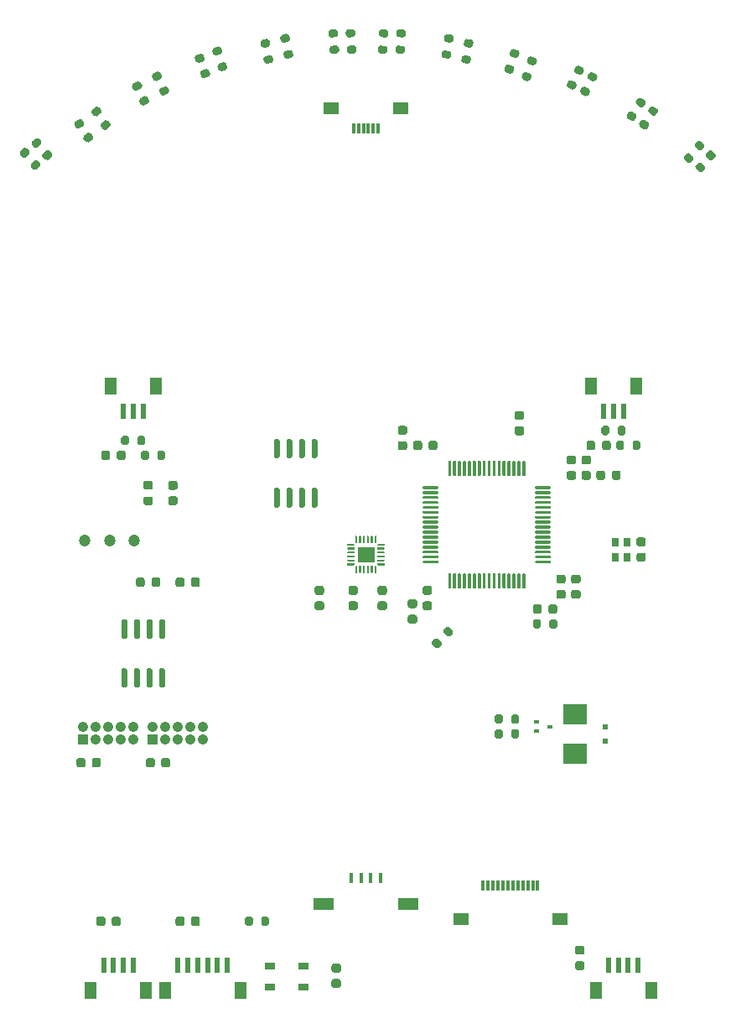
<source format=gts>
G04 #@! TF.GenerationSoftware,KiCad,Pcbnew,(5.1.10)-1*
G04 #@! TF.CreationDate,2022-02-06T13:53:10+09:00*
G04 #@! TF.ProjectId,Main,4d61696e-2e6b-4696-9361-645f70636258,rev?*
G04 #@! TF.SameCoordinates,Original*
G04 #@! TF.FileFunction,Soldermask,Top*
G04 #@! TF.FilePolarity,Negative*
%FSLAX46Y46*%
G04 Gerber Fmt 4.6, Leading zero omitted, Abs format (unit mm)*
G04 Created by KiCad (PCBNEW (5.1.10)-1) date 2022-02-06 13:53:10*
%MOMM*%
%LPD*%
G01*
G04 APERTURE LIST*
%ADD10R,2.400000X2.000000*%
%ADD11R,1.750000X1.600000*%
%ADD12C,0.100000*%
%ADD13R,1.650000X1.300000*%
%ADD14R,0.300000X1.000000*%
%ADD15R,0.500000X0.530000*%
%ADD16R,0.600000X1.550000*%
%ADD17R,1.200000X1.800000*%
%ADD18R,1.060000X1.060000*%
%ADD19C,1.060000*%
%ADD20R,2.000000X1.300000*%
%ADD21R,0.400000X1.000000*%
%ADD22C,1.200000*%
%ADD23R,0.510000X0.400000*%
%ADD24R,1.050000X0.650000*%
%ADD25R,0.800000X0.900000*%
G04 APERTURE END LIST*
D10*
X21100000Y-20100000D03*
X21100000Y-16100000D03*
G36*
G01*
X18650000Y-675000D02*
X18650000Y-825000D01*
G75*
G02*
X18575000Y-900000I-75000J0D01*
G01*
X17175000Y-900000D01*
G75*
G02*
X17100000Y-825000I0J75000D01*
G01*
X17100000Y-675000D01*
G75*
G02*
X17175000Y-600000I75000J0D01*
G01*
X18575000Y-600000D01*
G75*
G02*
X18650000Y-675000I0J-75000D01*
G01*
G37*
G36*
G01*
X18650000Y-175000D02*
X18650000Y-325000D01*
G75*
G02*
X18575000Y-400000I-75000J0D01*
G01*
X17175000Y-400000D01*
G75*
G02*
X17100000Y-325000I0J75000D01*
G01*
X17100000Y-175000D01*
G75*
G02*
X17175000Y-100000I75000J0D01*
G01*
X18575000Y-100000D01*
G75*
G02*
X18650000Y-175000I0J-75000D01*
G01*
G37*
G36*
G01*
X18650000Y325000D02*
X18650000Y175000D01*
G75*
G02*
X18575000Y100000I-75000J0D01*
G01*
X17175000Y100000D01*
G75*
G02*
X17100000Y175000I0J75000D01*
G01*
X17100000Y325000D01*
G75*
G02*
X17175000Y400000I75000J0D01*
G01*
X18575000Y400000D01*
G75*
G02*
X18650000Y325000I0J-75000D01*
G01*
G37*
G36*
G01*
X18650000Y825000D02*
X18650000Y675000D01*
G75*
G02*
X18575000Y600000I-75000J0D01*
G01*
X17175000Y600000D01*
G75*
G02*
X17100000Y675000I0J75000D01*
G01*
X17100000Y825000D01*
G75*
G02*
X17175000Y900000I75000J0D01*
G01*
X18575000Y900000D01*
G75*
G02*
X18650000Y825000I0J-75000D01*
G01*
G37*
G36*
G01*
X18650000Y1325000D02*
X18650000Y1175000D01*
G75*
G02*
X18575000Y1100000I-75000J0D01*
G01*
X17175000Y1100000D01*
G75*
G02*
X17100000Y1175000I0J75000D01*
G01*
X17100000Y1325000D01*
G75*
G02*
X17175000Y1400000I75000J0D01*
G01*
X18575000Y1400000D01*
G75*
G02*
X18650000Y1325000I0J-75000D01*
G01*
G37*
G36*
G01*
X18650000Y1825000D02*
X18650000Y1675000D01*
G75*
G02*
X18575000Y1600000I-75000J0D01*
G01*
X17175000Y1600000D01*
G75*
G02*
X17100000Y1675000I0J75000D01*
G01*
X17100000Y1825000D01*
G75*
G02*
X17175000Y1900000I75000J0D01*
G01*
X18575000Y1900000D01*
G75*
G02*
X18650000Y1825000I0J-75000D01*
G01*
G37*
G36*
G01*
X18650000Y2325000D02*
X18650000Y2175000D01*
G75*
G02*
X18575000Y2100000I-75000J0D01*
G01*
X17175000Y2100000D01*
G75*
G02*
X17100000Y2175000I0J75000D01*
G01*
X17100000Y2325000D01*
G75*
G02*
X17175000Y2400000I75000J0D01*
G01*
X18575000Y2400000D01*
G75*
G02*
X18650000Y2325000I0J-75000D01*
G01*
G37*
G36*
G01*
X18650000Y2825000D02*
X18650000Y2675000D01*
G75*
G02*
X18575000Y2600000I-75000J0D01*
G01*
X17175000Y2600000D01*
G75*
G02*
X17100000Y2675000I0J75000D01*
G01*
X17100000Y2825000D01*
G75*
G02*
X17175000Y2900000I75000J0D01*
G01*
X18575000Y2900000D01*
G75*
G02*
X18650000Y2825000I0J-75000D01*
G01*
G37*
G36*
G01*
X18650000Y3325000D02*
X18650000Y3175000D01*
G75*
G02*
X18575000Y3100000I-75000J0D01*
G01*
X17175000Y3100000D01*
G75*
G02*
X17100000Y3175000I0J75000D01*
G01*
X17100000Y3325000D01*
G75*
G02*
X17175000Y3400000I75000J0D01*
G01*
X18575000Y3400000D01*
G75*
G02*
X18650000Y3325000I0J-75000D01*
G01*
G37*
G36*
G01*
X18650000Y3825000D02*
X18650000Y3675000D01*
G75*
G02*
X18575000Y3600000I-75000J0D01*
G01*
X17175000Y3600000D01*
G75*
G02*
X17100000Y3675000I0J75000D01*
G01*
X17100000Y3825000D01*
G75*
G02*
X17175000Y3900000I75000J0D01*
G01*
X18575000Y3900000D01*
G75*
G02*
X18650000Y3825000I0J-75000D01*
G01*
G37*
G36*
G01*
X18650000Y4325000D02*
X18650000Y4175000D01*
G75*
G02*
X18575000Y4100000I-75000J0D01*
G01*
X17175000Y4100000D01*
G75*
G02*
X17100000Y4175000I0J75000D01*
G01*
X17100000Y4325000D01*
G75*
G02*
X17175000Y4400000I75000J0D01*
G01*
X18575000Y4400000D01*
G75*
G02*
X18650000Y4325000I0J-75000D01*
G01*
G37*
G36*
G01*
X18650000Y4825000D02*
X18650000Y4675000D01*
G75*
G02*
X18575000Y4600000I-75000J0D01*
G01*
X17175000Y4600000D01*
G75*
G02*
X17100000Y4675000I0J75000D01*
G01*
X17100000Y4825000D01*
G75*
G02*
X17175000Y4900000I75000J0D01*
G01*
X18575000Y4900000D01*
G75*
G02*
X18650000Y4825000I0J-75000D01*
G01*
G37*
G36*
G01*
X18650000Y5325000D02*
X18650000Y5175000D01*
G75*
G02*
X18575000Y5100000I-75000J0D01*
G01*
X17175000Y5100000D01*
G75*
G02*
X17100000Y5175000I0J75000D01*
G01*
X17100000Y5325000D01*
G75*
G02*
X17175000Y5400000I75000J0D01*
G01*
X18575000Y5400000D01*
G75*
G02*
X18650000Y5325000I0J-75000D01*
G01*
G37*
G36*
G01*
X18650000Y5825000D02*
X18650000Y5675000D01*
G75*
G02*
X18575000Y5600000I-75000J0D01*
G01*
X17175000Y5600000D01*
G75*
G02*
X17100000Y5675000I0J75000D01*
G01*
X17100000Y5825000D01*
G75*
G02*
X17175000Y5900000I75000J0D01*
G01*
X18575000Y5900000D01*
G75*
G02*
X18650000Y5825000I0J-75000D01*
G01*
G37*
G36*
G01*
X18650000Y6325000D02*
X18650000Y6175000D01*
G75*
G02*
X18575000Y6100000I-75000J0D01*
G01*
X17175000Y6100000D01*
G75*
G02*
X17100000Y6175000I0J75000D01*
G01*
X17100000Y6325000D01*
G75*
G02*
X17175000Y6400000I75000J0D01*
G01*
X18575000Y6400000D01*
G75*
G02*
X18650000Y6325000I0J-75000D01*
G01*
G37*
G36*
G01*
X18650000Y6825000D02*
X18650000Y6675000D01*
G75*
G02*
X18575000Y6600000I-75000J0D01*
G01*
X17175000Y6600000D01*
G75*
G02*
X17100000Y6675000I0J75000D01*
G01*
X17100000Y6825000D01*
G75*
G02*
X17175000Y6900000I75000J0D01*
G01*
X18575000Y6900000D01*
G75*
G02*
X18650000Y6825000I0J-75000D01*
G01*
G37*
G36*
G01*
X16100000Y9375000D02*
X16100000Y7975000D01*
G75*
G02*
X16025000Y7900000I-75000J0D01*
G01*
X15875000Y7900000D01*
G75*
G02*
X15800000Y7975000I0J75000D01*
G01*
X15800000Y9375000D01*
G75*
G02*
X15875000Y9450000I75000J0D01*
G01*
X16025000Y9450000D01*
G75*
G02*
X16100000Y9375000I0J-75000D01*
G01*
G37*
G36*
G01*
X15600000Y9375000D02*
X15600000Y7975000D01*
G75*
G02*
X15525000Y7900000I-75000J0D01*
G01*
X15375000Y7900000D01*
G75*
G02*
X15300000Y7975000I0J75000D01*
G01*
X15300000Y9375000D01*
G75*
G02*
X15375000Y9450000I75000J0D01*
G01*
X15525000Y9450000D01*
G75*
G02*
X15600000Y9375000I0J-75000D01*
G01*
G37*
G36*
G01*
X15100000Y9375000D02*
X15100000Y7975000D01*
G75*
G02*
X15025000Y7900000I-75000J0D01*
G01*
X14875000Y7900000D01*
G75*
G02*
X14800000Y7975000I0J75000D01*
G01*
X14800000Y9375000D01*
G75*
G02*
X14875000Y9450000I75000J0D01*
G01*
X15025000Y9450000D01*
G75*
G02*
X15100000Y9375000I0J-75000D01*
G01*
G37*
G36*
G01*
X14600000Y9375000D02*
X14600000Y7975000D01*
G75*
G02*
X14525000Y7900000I-75000J0D01*
G01*
X14375000Y7900000D01*
G75*
G02*
X14300000Y7975000I0J75000D01*
G01*
X14300000Y9375000D01*
G75*
G02*
X14375000Y9450000I75000J0D01*
G01*
X14525000Y9450000D01*
G75*
G02*
X14600000Y9375000I0J-75000D01*
G01*
G37*
G36*
G01*
X14100000Y9375000D02*
X14100000Y7975000D01*
G75*
G02*
X14025000Y7900000I-75000J0D01*
G01*
X13875000Y7900000D01*
G75*
G02*
X13800000Y7975000I0J75000D01*
G01*
X13800000Y9375000D01*
G75*
G02*
X13875000Y9450000I75000J0D01*
G01*
X14025000Y9450000D01*
G75*
G02*
X14100000Y9375000I0J-75000D01*
G01*
G37*
G36*
G01*
X13600000Y9375000D02*
X13600000Y7975000D01*
G75*
G02*
X13525000Y7900000I-75000J0D01*
G01*
X13375000Y7900000D01*
G75*
G02*
X13300000Y7975000I0J75000D01*
G01*
X13300000Y9375000D01*
G75*
G02*
X13375000Y9450000I75000J0D01*
G01*
X13525000Y9450000D01*
G75*
G02*
X13600000Y9375000I0J-75000D01*
G01*
G37*
G36*
G01*
X13100000Y9375000D02*
X13100000Y7975000D01*
G75*
G02*
X13025000Y7900000I-75000J0D01*
G01*
X12875000Y7900000D01*
G75*
G02*
X12800000Y7975000I0J75000D01*
G01*
X12800000Y9375000D01*
G75*
G02*
X12875000Y9450000I75000J0D01*
G01*
X13025000Y9450000D01*
G75*
G02*
X13100000Y9375000I0J-75000D01*
G01*
G37*
G36*
G01*
X12600000Y9375000D02*
X12600000Y7975000D01*
G75*
G02*
X12525000Y7900000I-75000J0D01*
G01*
X12375000Y7900000D01*
G75*
G02*
X12300000Y7975000I0J75000D01*
G01*
X12300000Y9375000D01*
G75*
G02*
X12375000Y9450000I75000J0D01*
G01*
X12525000Y9450000D01*
G75*
G02*
X12600000Y9375000I0J-75000D01*
G01*
G37*
G36*
G01*
X12100000Y9375000D02*
X12100000Y7975000D01*
G75*
G02*
X12025000Y7900000I-75000J0D01*
G01*
X11875000Y7900000D01*
G75*
G02*
X11800000Y7975000I0J75000D01*
G01*
X11800000Y9375000D01*
G75*
G02*
X11875000Y9450000I75000J0D01*
G01*
X12025000Y9450000D01*
G75*
G02*
X12100000Y9375000I0J-75000D01*
G01*
G37*
G36*
G01*
X11600000Y9375000D02*
X11600000Y7975000D01*
G75*
G02*
X11525000Y7900000I-75000J0D01*
G01*
X11375000Y7900000D01*
G75*
G02*
X11300000Y7975000I0J75000D01*
G01*
X11300000Y9375000D01*
G75*
G02*
X11375000Y9450000I75000J0D01*
G01*
X11525000Y9450000D01*
G75*
G02*
X11600000Y9375000I0J-75000D01*
G01*
G37*
G36*
G01*
X11100000Y9375000D02*
X11100000Y7975000D01*
G75*
G02*
X11025000Y7900000I-75000J0D01*
G01*
X10875000Y7900000D01*
G75*
G02*
X10800000Y7975000I0J75000D01*
G01*
X10800000Y9375000D01*
G75*
G02*
X10875000Y9450000I75000J0D01*
G01*
X11025000Y9450000D01*
G75*
G02*
X11100000Y9375000I0J-75000D01*
G01*
G37*
G36*
G01*
X10600000Y9375000D02*
X10600000Y7975000D01*
G75*
G02*
X10525000Y7900000I-75000J0D01*
G01*
X10375000Y7900000D01*
G75*
G02*
X10300000Y7975000I0J75000D01*
G01*
X10300000Y9375000D01*
G75*
G02*
X10375000Y9450000I75000J0D01*
G01*
X10525000Y9450000D01*
G75*
G02*
X10600000Y9375000I0J-75000D01*
G01*
G37*
G36*
G01*
X10100000Y9375000D02*
X10100000Y7975000D01*
G75*
G02*
X10025000Y7900000I-75000J0D01*
G01*
X9875000Y7900000D01*
G75*
G02*
X9800000Y7975000I0J75000D01*
G01*
X9800000Y9375000D01*
G75*
G02*
X9875000Y9450000I75000J0D01*
G01*
X10025000Y9450000D01*
G75*
G02*
X10100000Y9375000I0J-75000D01*
G01*
G37*
G36*
G01*
X9600000Y9375000D02*
X9600000Y7975000D01*
G75*
G02*
X9525000Y7900000I-75000J0D01*
G01*
X9375000Y7900000D01*
G75*
G02*
X9300000Y7975000I0J75000D01*
G01*
X9300000Y9375000D01*
G75*
G02*
X9375000Y9450000I75000J0D01*
G01*
X9525000Y9450000D01*
G75*
G02*
X9600000Y9375000I0J-75000D01*
G01*
G37*
G36*
G01*
X9100000Y9375000D02*
X9100000Y7975000D01*
G75*
G02*
X9025000Y7900000I-75000J0D01*
G01*
X8875000Y7900000D01*
G75*
G02*
X8800000Y7975000I0J75000D01*
G01*
X8800000Y9375000D01*
G75*
G02*
X8875000Y9450000I75000J0D01*
G01*
X9025000Y9450000D01*
G75*
G02*
X9100000Y9375000I0J-75000D01*
G01*
G37*
G36*
G01*
X8600000Y9375000D02*
X8600000Y7975000D01*
G75*
G02*
X8525000Y7900000I-75000J0D01*
G01*
X8375000Y7900000D01*
G75*
G02*
X8300000Y7975000I0J75000D01*
G01*
X8300000Y9375000D01*
G75*
G02*
X8375000Y9450000I75000J0D01*
G01*
X8525000Y9450000D01*
G75*
G02*
X8600000Y9375000I0J-75000D01*
G01*
G37*
G36*
G01*
X7300000Y6825000D02*
X7300000Y6675000D01*
G75*
G02*
X7225000Y6600000I-75000J0D01*
G01*
X5825000Y6600000D01*
G75*
G02*
X5750000Y6675000I0J75000D01*
G01*
X5750000Y6825000D01*
G75*
G02*
X5825000Y6900000I75000J0D01*
G01*
X7225000Y6900000D01*
G75*
G02*
X7300000Y6825000I0J-75000D01*
G01*
G37*
G36*
G01*
X7300000Y6325000D02*
X7300000Y6175000D01*
G75*
G02*
X7225000Y6100000I-75000J0D01*
G01*
X5825000Y6100000D01*
G75*
G02*
X5750000Y6175000I0J75000D01*
G01*
X5750000Y6325000D01*
G75*
G02*
X5825000Y6400000I75000J0D01*
G01*
X7225000Y6400000D01*
G75*
G02*
X7300000Y6325000I0J-75000D01*
G01*
G37*
G36*
G01*
X7300000Y5825000D02*
X7300000Y5675000D01*
G75*
G02*
X7225000Y5600000I-75000J0D01*
G01*
X5825000Y5600000D01*
G75*
G02*
X5750000Y5675000I0J75000D01*
G01*
X5750000Y5825000D01*
G75*
G02*
X5825000Y5900000I75000J0D01*
G01*
X7225000Y5900000D01*
G75*
G02*
X7300000Y5825000I0J-75000D01*
G01*
G37*
G36*
G01*
X7300000Y5325000D02*
X7300000Y5175000D01*
G75*
G02*
X7225000Y5100000I-75000J0D01*
G01*
X5825000Y5100000D01*
G75*
G02*
X5750000Y5175000I0J75000D01*
G01*
X5750000Y5325000D01*
G75*
G02*
X5825000Y5400000I75000J0D01*
G01*
X7225000Y5400000D01*
G75*
G02*
X7300000Y5325000I0J-75000D01*
G01*
G37*
G36*
G01*
X7300000Y4825000D02*
X7300000Y4675000D01*
G75*
G02*
X7225000Y4600000I-75000J0D01*
G01*
X5825000Y4600000D01*
G75*
G02*
X5750000Y4675000I0J75000D01*
G01*
X5750000Y4825000D01*
G75*
G02*
X5825000Y4900000I75000J0D01*
G01*
X7225000Y4900000D01*
G75*
G02*
X7300000Y4825000I0J-75000D01*
G01*
G37*
G36*
G01*
X7300000Y4325000D02*
X7300000Y4175000D01*
G75*
G02*
X7225000Y4100000I-75000J0D01*
G01*
X5825000Y4100000D01*
G75*
G02*
X5750000Y4175000I0J75000D01*
G01*
X5750000Y4325000D01*
G75*
G02*
X5825000Y4400000I75000J0D01*
G01*
X7225000Y4400000D01*
G75*
G02*
X7300000Y4325000I0J-75000D01*
G01*
G37*
G36*
G01*
X7300000Y3825000D02*
X7300000Y3675000D01*
G75*
G02*
X7225000Y3600000I-75000J0D01*
G01*
X5825000Y3600000D01*
G75*
G02*
X5750000Y3675000I0J75000D01*
G01*
X5750000Y3825000D01*
G75*
G02*
X5825000Y3900000I75000J0D01*
G01*
X7225000Y3900000D01*
G75*
G02*
X7300000Y3825000I0J-75000D01*
G01*
G37*
G36*
G01*
X7300000Y3325000D02*
X7300000Y3175000D01*
G75*
G02*
X7225000Y3100000I-75000J0D01*
G01*
X5825000Y3100000D01*
G75*
G02*
X5750000Y3175000I0J75000D01*
G01*
X5750000Y3325000D01*
G75*
G02*
X5825000Y3400000I75000J0D01*
G01*
X7225000Y3400000D01*
G75*
G02*
X7300000Y3325000I0J-75000D01*
G01*
G37*
G36*
G01*
X7300000Y2825000D02*
X7300000Y2675000D01*
G75*
G02*
X7225000Y2600000I-75000J0D01*
G01*
X5825000Y2600000D01*
G75*
G02*
X5750000Y2675000I0J75000D01*
G01*
X5750000Y2825000D01*
G75*
G02*
X5825000Y2900000I75000J0D01*
G01*
X7225000Y2900000D01*
G75*
G02*
X7300000Y2825000I0J-75000D01*
G01*
G37*
G36*
G01*
X7300000Y2325000D02*
X7300000Y2175000D01*
G75*
G02*
X7225000Y2100000I-75000J0D01*
G01*
X5825000Y2100000D01*
G75*
G02*
X5750000Y2175000I0J75000D01*
G01*
X5750000Y2325000D01*
G75*
G02*
X5825000Y2400000I75000J0D01*
G01*
X7225000Y2400000D01*
G75*
G02*
X7300000Y2325000I0J-75000D01*
G01*
G37*
G36*
G01*
X7300000Y1825000D02*
X7300000Y1675000D01*
G75*
G02*
X7225000Y1600000I-75000J0D01*
G01*
X5825000Y1600000D01*
G75*
G02*
X5750000Y1675000I0J75000D01*
G01*
X5750000Y1825000D01*
G75*
G02*
X5825000Y1900000I75000J0D01*
G01*
X7225000Y1900000D01*
G75*
G02*
X7300000Y1825000I0J-75000D01*
G01*
G37*
G36*
G01*
X7300000Y1325000D02*
X7300000Y1175000D01*
G75*
G02*
X7225000Y1100000I-75000J0D01*
G01*
X5825000Y1100000D01*
G75*
G02*
X5750000Y1175000I0J75000D01*
G01*
X5750000Y1325000D01*
G75*
G02*
X5825000Y1400000I75000J0D01*
G01*
X7225000Y1400000D01*
G75*
G02*
X7300000Y1325000I0J-75000D01*
G01*
G37*
G36*
G01*
X7300000Y825000D02*
X7300000Y675000D01*
G75*
G02*
X7225000Y600000I-75000J0D01*
G01*
X5825000Y600000D01*
G75*
G02*
X5750000Y675000I0J75000D01*
G01*
X5750000Y825000D01*
G75*
G02*
X5825000Y900000I75000J0D01*
G01*
X7225000Y900000D01*
G75*
G02*
X7300000Y825000I0J-75000D01*
G01*
G37*
G36*
G01*
X7300000Y325000D02*
X7300000Y175000D01*
G75*
G02*
X7225000Y100000I-75000J0D01*
G01*
X5825000Y100000D01*
G75*
G02*
X5750000Y175000I0J75000D01*
G01*
X5750000Y325000D01*
G75*
G02*
X5825000Y400000I75000J0D01*
G01*
X7225000Y400000D01*
G75*
G02*
X7300000Y325000I0J-75000D01*
G01*
G37*
G36*
G01*
X7300000Y-175000D02*
X7300000Y-325000D01*
G75*
G02*
X7225000Y-400000I-75000J0D01*
G01*
X5825000Y-400000D01*
G75*
G02*
X5750000Y-325000I0J75000D01*
G01*
X5750000Y-175000D01*
G75*
G02*
X5825000Y-100000I75000J0D01*
G01*
X7225000Y-100000D01*
G75*
G02*
X7300000Y-175000I0J-75000D01*
G01*
G37*
G36*
G01*
X7300000Y-675000D02*
X7300000Y-825000D01*
G75*
G02*
X7225000Y-900000I-75000J0D01*
G01*
X5825000Y-900000D01*
G75*
G02*
X5750000Y-825000I0J75000D01*
G01*
X5750000Y-675000D01*
G75*
G02*
X5825000Y-600000I75000J0D01*
G01*
X7225000Y-600000D01*
G75*
G02*
X7300000Y-675000I0J-75000D01*
G01*
G37*
G36*
G01*
X8600000Y-1975000D02*
X8600000Y-3375000D01*
G75*
G02*
X8525000Y-3450000I-75000J0D01*
G01*
X8375000Y-3450000D01*
G75*
G02*
X8300000Y-3375000I0J75000D01*
G01*
X8300000Y-1975000D01*
G75*
G02*
X8375000Y-1900000I75000J0D01*
G01*
X8525000Y-1900000D01*
G75*
G02*
X8600000Y-1975000I0J-75000D01*
G01*
G37*
G36*
G01*
X9100000Y-1975000D02*
X9100000Y-3375000D01*
G75*
G02*
X9025000Y-3450000I-75000J0D01*
G01*
X8875000Y-3450000D01*
G75*
G02*
X8800000Y-3375000I0J75000D01*
G01*
X8800000Y-1975000D01*
G75*
G02*
X8875000Y-1900000I75000J0D01*
G01*
X9025000Y-1900000D01*
G75*
G02*
X9100000Y-1975000I0J-75000D01*
G01*
G37*
G36*
G01*
X9600000Y-1975000D02*
X9600000Y-3375000D01*
G75*
G02*
X9525000Y-3450000I-75000J0D01*
G01*
X9375000Y-3450000D01*
G75*
G02*
X9300000Y-3375000I0J75000D01*
G01*
X9300000Y-1975000D01*
G75*
G02*
X9375000Y-1900000I75000J0D01*
G01*
X9525000Y-1900000D01*
G75*
G02*
X9600000Y-1975000I0J-75000D01*
G01*
G37*
G36*
G01*
X10100000Y-1975000D02*
X10100000Y-3375000D01*
G75*
G02*
X10025000Y-3450000I-75000J0D01*
G01*
X9875000Y-3450000D01*
G75*
G02*
X9800000Y-3375000I0J75000D01*
G01*
X9800000Y-1975000D01*
G75*
G02*
X9875000Y-1900000I75000J0D01*
G01*
X10025000Y-1900000D01*
G75*
G02*
X10100000Y-1975000I0J-75000D01*
G01*
G37*
G36*
G01*
X10600000Y-1975000D02*
X10600000Y-3375000D01*
G75*
G02*
X10525000Y-3450000I-75000J0D01*
G01*
X10375000Y-3450000D01*
G75*
G02*
X10300000Y-3375000I0J75000D01*
G01*
X10300000Y-1975000D01*
G75*
G02*
X10375000Y-1900000I75000J0D01*
G01*
X10525000Y-1900000D01*
G75*
G02*
X10600000Y-1975000I0J-75000D01*
G01*
G37*
G36*
G01*
X11100000Y-1975000D02*
X11100000Y-3375000D01*
G75*
G02*
X11025000Y-3450000I-75000J0D01*
G01*
X10875000Y-3450000D01*
G75*
G02*
X10800000Y-3375000I0J75000D01*
G01*
X10800000Y-1975000D01*
G75*
G02*
X10875000Y-1900000I75000J0D01*
G01*
X11025000Y-1900000D01*
G75*
G02*
X11100000Y-1975000I0J-75000D01*
G01*
G37*
G36*
G01*
X11600000Y-1975000D02*
X11600000Y-3375000D01*
G75*
G02*
X11525000Y-3450000I-75000J0D01*
G01*
X11375000Y-3450000D01*
G75*
G02*
X11300000Y-3375000I0J75000D01*
G01*
X11300000Y-1975000D01*
G75*
G02*
X11375000Y-1900000I75000J0D01*
G01*
X11525000Y-1900000D01*
G75*
G02*
X11600000Y-1975000I0J-75000D01*
G01*
G37*
G36*
G01*
X12100000Y-1975000D02*
X12100000Y-3375000D01*
G75*
G02*
X12025000Y-3450000I-75000J0D01*
G01*
X11875000Y-3450000D01*
G75*
G02*
X11800000Y-3375000I0J75000D01*
G01*
X11800000Y-1975000D01*
G75*
G02*
X11875000Y-1900000I75000J0D01*
G01*
X12025000Y-1900000D01*
G75*
G02*
X12100000Y-1975000I0J-75000D01*
G01*
G37*
G36*
G01*
X12600000Y-1975000D02*
X12600000Y-3375000D01*
G75*
G02*
X12525000Y-3450000I-75000J0D01*
G01*
X12375000Y-3450000D01*
G75*
G02*
X12300000Y-3375000I0J75000D01*
G01*
X12300000Y-1975000D01*
G75*
G02*
X12375000Y-1900000I75000J0D01*
G01*
X12525000Y-1900000D01*
G75*
G02*
X12600000Y-1975000I0J-75000D01*
G01*
G37*
G36*
G01*
X13100000Y-1975000D02*
X13100000Y-3375000D01*
G75*
G02*
X13025000Y-3450000I-75000J0D01*
G01*
X12875000Y-3450000D01*
G75*
G02*
X12800000Y-3375000I0J75000D01*
G01*
X12800000Y-1975000D01*
G75*
G02*
X12875000Y-1900000I75000J0D01*
G01*
X13025000Y-1900000D01*
G75*
G02*
X13100000Y-1975000I0J-75000D01*
G01*
G37*
G36*
G01*
X13600000Y-1975000D02*
X13600000Y-3375000D01*
G75*
G02*
X13525000Y-3450000I-75000J0D01*
G01*
X13375000Y-3450000D01*
G75*
G02*
X13300000Y-3375000I0J75000D01*
G01*
X13300000Y-1975000D01*
G75*
G02*
X13375000Y-1900000I75000J0D01*
G01*
X13525000Y-1900000D01*
G75*
G02*
X13600000Y-1975000I0J-75000D01*
G01*
G37*
G36*
G01*
X14100000Y-1975000D02*
X14100000Y-3375000D01*
G75*
G02*
X14025000Y-3450000I-75000J0D01*
G01*
X13875000Y-3450000D01*
G75*
G02*
X13800000Y-3375000I0J75000D01*
G01*
X13800000Y-1975000D01*
G75*
G02*
X13875000Y-1900000I75000J0D01*
G01*
X14025000Y-1900000D01*
G75*
G02*
X14100000Y-1975000I0J-75000D01*
G01*
G37*
G36*
G01*
X14600000Y-1975000D02*
X14600000Y-3375000D01*
G75*
G02*
X14525000Y-3450000I-75000J0D01*
G01*
X14375000Y-3450000D01*
G75*
G02*
X14300000Y-3375000I0J75000D01*
G01*
X14300000Y-1975000D01*
G75*
G02*
X14375000Y-1900000I75000J0D01*
G01*
X14525000Y-1900000D01*
G75*
G02*
X14600000Y-1975000I0J-75000D01*
G01*
G37*
G36*
G01*
X15100000Y-1975000D02*
X15100000Y-3375000D01*
G75*
G02*
X15025000Y-3450000I-75000J0D01*
G01*
X14875000Y-3450000D01*
G75*
G02*
X14800000Y-3375000I0J75000D01*
G01*
X14800000Y-1975000D01*
G75*
G02*
X14875000Y-1900000I75000J0D01*
G01*
X15025000Y-1900000D01*
G75*
G02*
X15100000Y-1975000I0J-75000D01*
G01*
G37*
G36*
G01*
X15600000Y-1975000D02*
X15600000Y-3375000D01*
G75*
G02*
X15525000Y-3450000I-75000J0D01*
G01*
X15375000Y-3450000D01*
G75*
G02*
X15300000Y-3375000I0J75000D01*
G01*
X15300000Y-1975000D01*
G75*
G02*
X15375000Y-1900000I75000J0D01*
G01*
X15525000Y-1900000D01*
G75*
G02*
X15600000Y-1975000I0J-75000D01*
G01*
G37*
G36*
G01*
X16100000Y-1975000D02*
X16100000Y-3375000D01*
G75*
G02*
X16025000Y-3450000I-75000J0D01*
G01*
X15875000Y-3450000D01*
G75*
G02*
X15800000Y-3375000I0J75000D01*
G01*
X15800000Y-1975000D01*
G75*
G02*
X15875000Y-1900000I75000J0D01*
G01*
X16025000Y-1900000D01*
G75*
G02*
X16100000Y-1975000I0J-75000D01*
G01*
G37*
G36*
G01*
X8584798Y51629684D02*
X8040840Y51710979D01*
G75*
G02*
X7872599Y51938344I29562J197803D01*
G01*
X7931723Y52333951D01*
G75*
G02*
X8159088Y52502192I197803J-29562D01*
G01*
X8703046Y52420897D01*
G75*
G02*
X8871287Y52193532I-29562J-197803D01*
G01*
X8812163Y51797925D01*
G75*
G02*
X8584798Y51629684I-197803J29562D01*
G01*
G37*
G36*
G01*
X8340912Y49997808D02*
X7796954Y50079103D01*
G75*
G02*
X7628713Y50306468I29562J197803D01*
G01*
X7687837Y50702075D01*
G75*
G02*
X7915202Y50870316I197803J-29562D01*
G01*
X8459160Y50789021D01*
G75*
G02*
X8627401Y50561656I-29562J-197803D01*
G01*
X8568277Y50166049D01*
G75*
G02*
X8340912Y49997808I-197803J29562D01*
G01*
G37*
D11*
X0Y0D03*
D12*
G36*
X-932196Y1874231D02*
G01*
X-924693Y1871955D01*
X-917777Y1868259D01*
X-911716Y1863284D01*
X-906741Y1857223D01*
X-903045Y1850307D01*
X-900769Y1842804D01*
X-900000Y1835000D01*
X-900000Y1165000D01*
X-900769Y1157196D01*
X-903045Y1149693D01*
X-906741Y1142777D01*
X-911716Y1136716D01*
X-917777Y1131741D01*
X-924693Y1128045D01*
X-932196Y1125769D01*
X-940000Y1125000D01*
X-963431Y1125000D01*
X-971235Y1125769D01*
X-978738Y1128045D01*
X-985654Y1131741D01*
X-991715Y1136716D01*
X-1088284Y1233285D01*
X-1093259Y1239346D01*
X-1096955Y1246262D01*
X-1099231Y1253765D01*
X-1100000Y1261569D01*
X-1100000Y1835000D01*
X-1099231Y1842804D01*
X-1096955Y1850307D01*
X-1093259Y1857223D01*
X-1088284Y1863284D01*
X-1082223Y1868259D01*
X-1075307Y1871955D01*
X-1067804Y1874231D01*
X-1060000Y1875000D01*
X-940000Y1875000D01*
X-932196Y1874231D01*
G37*
G36*
G01*
X-700000Y1175000D02*
X-700000Y1825000D01*
G75*
G02*
X-650000Y1875000I50000J0D01*
G01*
X-550000Y1875000D01*
G75*
G02*
X-500000Y1825000I0J-50000D01*
G01*
X-500000Y1175000D01*
G75*
G02*
X-550000Y1125000I-50000J0D01*
G01*
X-650000Y1125000D01*
G75*
G02*
X-700000Y1175000I0J50000D01*
G01*
G37*
G36*
G01*
X-300000Y1175000D02*
X-300000Y1825000D01*
G75*
G02*
X-250000Y1875000I50000J0D01*
G01*
X-150000Y1875000D01*
G75*
G02*
X-100000Y1825000I0J-50000D01*
G01*
X-100000Y1175000D01*
G75*
G02*
X-150000Y1125000I-50000J0D01*
G01*
X-250000Y1125000D01*
G75*
G02*
X-300000Y1175000I0J50000D01*
G01*
G37*
G36*
G01*
X100000Y1175000D02*
X100000Y1825000D01*
G75*
G02*
X150000Y1875000I50000J0D01*
G01*
X250000Y1875000D01*
G75*
G02*
X300000Y1825000I0J-50000D01*
G01*
X300000Y1175000D01*
G75*
G02*
X250000Y1125000I-50000J0D01*
G01*
X150000Y1125000D01*
G75*
G02*
X100000Y1175000I0J50000D01*
G01*
G37*
G36*
G01*
X500000Y1175000D02*
X500000Y1825000D01*
G75*
G02*
X550000Y1875000I50000J0D01*
G01*
X650000Y1875000D01*
G75*
G02*
X700000Y1825000I0J-50000D01*
G01*
X700000Y1175000D01*
G75*
G02*
X650000Y1125000I-50000J0D01*
G01*
X550000Y1125000D01*
G75*
G02*
X500000Y1175000I0J50000D01*
G01*
G37*
G36*
X1067804Y1874231D02*
G01*
X1075307Y1871955D01*
X1082223Y1868259D01*
X1088284Y1863284D01*
X1093259Y1857223D01*
X1096955Y1850307D01*
X1099231Y1842804D01*
X1100000Y1835000D01*
X1100000Y1261569D01*
X1099231Y1253765D01*
X1096955Y1246262D01*
X1093259Y1239346D01*
X1088284Y1233285D01*
X991715Y1136716D01*
X985654Y1131741D01*
X978738Y1128045D01*
X971235Y1125769D01*
X963431Y1125000D01*
X940000Y1125000D01*
X932196Y1125769D01*
X924693Y1128045D01*
X917777Y1131741D01*
X911716Y1136716D01*
X906741Y1142777D01*
X903045Y1149693D01*
X900769Y1157196D01*
X900000Y1165000D01*
X900000Y1835000D01*
X900769Y1842804D01*
X903045Y1850307D01*
X906741Y1857223D01*
X911716Y1863284D01*
X917777Y1868259D01*
X924693Y1871955D01*
X932196Y1874231D01*
X940000Y1875000D01*
X1060000Y1875000D01*
X1067804Y1874231D01*
G37*
G36*
X1842804Y1099231D02*
G01*
X1850307Y1096955D01*
X1857223Y1093259D01*
X1863284Y1088284D01*
X1868259Y1082223D01*
X1871955Y1075307D01*
X1874231Y1067804D01*
X1875000Y1060000D01*
X1875000Y940000D01*
X1874231Y932196D01*
X1871955Y924693D01*
X1868259Y917777D01*
X1863284Y911716D01*
X1857223Y906741D01*
X1850307Y903045D01*
X1842804Y900769D01*
X1835000Y900000D01*
X1165000Y900000D01*
X1157196Y900769D01*
X1149693Y903045D01*
X1142777Y906741D01*
X1136716Y911716D01*
X1131741Y917777D01*
X1128045Y924693D01*
X1125769Y932196D01*
X1125000Y940000D01*
X1125000Y963431D01*
X1125769Y971235D01*
X1128045Y978738D01*
X1131741Y985654D01*
X1136716Y991715D01*
X1233285Y1088284D01*
X1239346Y1093259D01*
X1246262Y1096955D01*
X1253765Y1099231D01*
X1261569Y1100000D01*
X1835000Y1100000D01*
X1842804Y1099231D01*
G37*
G36*
G01*
X1125000Y550000D02*
X1125000Y650000D01*
G75*
G02*
X1175000Y700000I50000J0D01*
G01*
X1825000Y700000D01*
G75*
G02*
X1875000Y650000I0J-50000D01*
G01*
X1875000Y550000D01*
G75*
G02*
X1825000Y500000I-50000J0D01*
G01*
X1175000Y500000D01*
G75*
G02*
X1125000Y550000I0J50000D01*
G01*
G37*
G36*
G01*
X1125000Y150000D02*
X1125000Y250000D01*
G75*
G02*
X1175000Y300000I50000J0D01*
G01*
X1825000Y300000D01*
G75*
G02*
X1875000Y250000I0J-50000D01*
G01*
X1875000Y150000D01*
G75*
G02*
X1825000Y100000I-50000J0D01*
G01*
X1175000Y100000D01*
G75*
G02*
X1125000Y150000I0J50000D01*
G01*
G37*
G36*
G01*
X1125000Y-250000D02*
X1125000Y-150000D01*
G75*
G02*
X1175000Y-100000I50000J0D01*
G01*
X1825000Y-100000D01*
G75*
G02*
X1875000Y-150000I0J-50000D01*
G01*
X1875000Y-250000D01*
G75*
G02*
X1825000Y-300000I-50000J0D01*
G01*
X1175000Y-300000D01*
G75*
G02*
X1125000Y-250000I0J50000D01*
G01*
G37*
G36*
G01*
X1125000Y-650000D02*
X1125000Y-550000D01*
G75*
G02*
X1175000Y-500000I50000J0D01*
G01*
X1825000Y-500000D01*
G75*
G02*
X1875000Y-550000I0J-50000D01*
G01*
X1875000Y-650000D01*
G75*
G02*
X1825000Y-700000I-50000J0D01*
G01*
X1175000Y-700000D01*
G75*
G02*
X1125000Y-650000I0J50000D01*
G01*
G37*
G36*
X1842804Y-900769D02*
G01*
X1850307Y-903045D01*
X1857223Y-906741D01*
X1863284Y-911716D01*
X1868259Y-917777D01*
X1871955Y-924693D01*
X1874231Y-932196D01*
X1875000Y-940000D01*
X1875000Y-1060000D01*
X1874231Y-1067804D01*
X1871955Y-1075307D01*
X1868259Y-1082223D01*
X1863284Y-1088284D01*
X1857223Y-1093259D01*
X1850307Y-1096955D01*
X1842804Y-1099231D01*
X1835000Y-1100000D01*
X1261569Y-1100000D01*
X1253765Y-1099231D01*
X1246262Y-1096955D01*
X1239346Y-1093259D01*
X1233285Y-1088284D01*
X1136716Y-991715D01*
X1131741Y-985654D01*
X1128045Y-978738D01*
X1125769Y-971235D01*
X1125000Y-963431D01*
X1125000Y-940000D01*
X1125769Y-932196D01*
X1128045Y-924693D01*
X1131741Y-917777D01*
X1136716Y-911716D01*
X1142777Y-906741D01*
X1149693Y-903045D01*
X1157196Y-900769D01*
X1165000Y-900000D01*
X1835000Y-900000D01*
X1842804Y-900769D01*
G37*
G36*
X971235Y-1125769D02*
G01*
X978738Y-1128045D01*
X985654Y-1131741D01*
X991715Y-1136716D01*
X1088284Y-1233285D01*
X1093259Y-1239346D01*
X1096955Y-1246262D01*
X1099231Y-1253765D01*
X1100000Y-1261569D01*
X1100000Y-1835000D01*
X1099231Y-1842804D01*
X1096955Y-1850307D01*
X1093259Y-1857223D01*
X1088284Y-1863284D01*
X1082223Y-1868259D01*
X1075307Y-1871955D01*
X1067804Y-1874231D01*
X1060000Y-1875000D01*
X940000Y-1875000D01*
X932196Y-1874231D01*
X924693Y-1871955D01*
X917777Y-1868259D01*
X911716Y-1863284D01*
X906741Y-1857223D01*
X903045Y-1850307D01*
X900769Y-1842804D01*
X900000Y-1835000D01*
X900000Y-1165000D01*
X900769Y-1157196D01*
X903045Y-1149693D01*
X906741Y-1142777D01*
X911716Y-1136716D01*
X917777Y-1131741D01*
X924693Y-1128045D01*
X932196Y-1125769D01*
X940000Y-1125000D01*
X963431Y-1125000D01*
X971235Y-1125769D01*
G37*
G36*
G01*
X500000Y-1825000D02*
X500000Y-1175000D01*
G75*
G02*
X550000Y-1125000I50000J0D01*
G01*
X650000Y-1125000D01*
G75*
G02*
X700000Y-1175000I0J-50000D01*
G01*
X700000Y-1825000D01*
G75*
G02*
X650000Y-1875000I-50000J0D01*
G01*
X550000Y-1875000D01*
G75*
G02*
X500000Y-1825000I0J50000D01*
G01*
G37*
G36*
G01*
X100000Y-1825000D02*
X100000Y-1175000D01*
G75*
G02*
X150000Y-1125000I50000J0D01*
G01*
X250000Y-1125000D01*
G75*
G02*
X300000Y-1175000I0J-50000D01*
G01*
X300000Y-1825000D01*
G75*
G02*
X250000Y-1875000I-50000J0D01*
G01*
X150000Y-1875000D01*
G75*
G02*
X100000Y-1825000I0J50000D01*
G01*
G37*
G36*
G01*
X-300000Y-1825000D02*
X-300000Y-1175000D01*
G75*
G02*
X-250000Y-1125000I50000J0D01*
G01*
X-150000Y-1125000D01*
G75*
G02*
X-100000Y-1175000I0J-50000D01*
G01*
X-100000Y-1825000D01*
G75*
G02*
X-150000Y-1875000I-50000J0D01*
G01*
X-250000Y-1875000D01*
G75*
G02*
X-300000Y-1825000I0J50000D01*
G01*
G37*
G36*
G01*
X-700000Y-1825000D02*
X-700000Y-1175000D01*
G75*
G02*
X-650000Y-1125000I50000J0D01*
G01*
X-550000Y-1125000D01*
G75*
G02*
X-500000Y-1175000I0J-50000D01*
G01*
X-500000Y-1825000D01*
G75*
G02*
X-550000Y-1875000I-50000J0D01*
G01*
X-650000Y-1875000D01*
G75*
G02*
X-700000Y-1825000I0J50000D01*
G01*
G37*
G36*
X-932196Y-1125769D02*
G01*
X-924693Y-1128045D01*
X-917777Y-1131741D01*
X-911716Y-1136716D01*
X-906741Y-1142777D01*
X-903045Y-1149693D01*
X-900769Y-1157196D01*
X-900000Y-1165000D01*
X-900000Y-1835000D01*
X-900769Y-1842804D01*
X-903045Y-1850307D01*
X-906741Y-1857223D01*
X-911716Y-1863284D01*
X-917777Y-1868259D01*
X-924693Y-1871955D01*
X-932196Y-1874231D01*
X-940000Y-1875000D01*
X-1060000Y-1875000D01*
X-1067804Y-1874231D01*
X-1075307Y-1871955D01*
X-1082223Y-1868259D01*
X-1088284Y-1863284D01*
X-1093259Y-1857223D01*
X-1096955Y-1850307D01*
X-1099231Y-1842804D01*
X-1100000Y-1835000D01*
X-1100000Y-1261569D01*
X-1099231Y-1253765D01*
X-1096955Y-1246262D01*
X-1093259Y-1239346D01*
X-1088284Y-1233285D01*
X-991715Y-1136716D01*
X-985654Y-1131741D01*
X-978738Y-1128045D01*
X-971235Y-1125769D01*
X-963431Y-1125000D01*
X-940000Y-1125000D01*
X-932196Y-1125769D01*
G37*
G36*
X-1157196Y-900769D02*
G01*
X-1149693Y-903045D01*
X-1142777Y-906741D01*
X-1136716Y-911716D01*
X-1131741Y-917777D01*
X-1128045Y-924693D01*
X-1125769Y-932196D01*
X-1125000Y-940000D01*
X-1125000Y-963431D01*
X-1125769Y-971235D01*
X-1128045Y-978738D01*
X-1131741Y-985654D01*
X-1136716Y-991715D01*
X-1233285Y-1088284D01*
X-1239346Y-1093259D01*
X-1246262Y-1096955D01*
X-1253765Y-1099231D01*
X-1261569Y-1100000D01*
X-1835000Y-1100000D01*
X-1842804Y-1099231D01*
X-1850307Y-1096955D01*
X-1857223Y-1093259D01*
X-1863284Y-1088284D01*
X-1868259Y-1082223D01*
X-1871955Y-1075307D01*
X-1874231Y-1067804D01*
X-1875000Y-1060000D01*
X-1875000Y-940000D01*
X-1874231Y-932196D01*
X-1871955Y-924693D01*
X-1868259Y-917777D01*
X-1863284Y-911716D01*
X-1857223Y-906741D01*
X-1850307Y-903045D01*
X-1842804Y-900769D01*
X-1835000Y-900000D01*
X-1165000Y-900000D01*
X-1157196Y-900769D01*
G37*
G36*
G01*
X-1875000Y-650000D02*
X-1875000Y-550000D01*
G75*
G02*
X-1825000Y-500000I50000J0D01*
G01*
X-1175000Y-500000D01*
G75*
G02*
X-1125000Y-550000I0J-50000D01*
G01*
X-1125000Y-650000D01*
G75*
G02*
X-1175000Y-700000I-50000J0D01*
G01*
X-1825000Y-700000D01*
G75*
G02*
X-1875000Y-650000I0J50000D01*
G01*
G37*
G36*
G01*
X-1875000Y-250000D02*
X-1875000Y-150000D01*
G75*
G02*
X-1825000Y-100000I50000J0D01*
G01*
X-1175000Y-100000D01*
G75*
G02*
X-1125000Y-150000I0J-50000D01*
G01*
X-1125000Y-250000D01*
G75*
G02*
X-1175000Y-300000I-50000J0D01*
G01*
X-1825000Y-300000D01*
G75*
G02*
X-1875000Y-250000I0J50000D01*
G01*
G37*
G36*
G01*
X-1875000Y150000D02*
X-1875000Y250000D01*
G75*
G02*
X-1825000Y300000I50000J0D01*
G01*
X-1175000Y300000D01*
G75*
G02*
X-1125000Y250000I0J-50000D01*
G01*
X-1125000Y150000D01*
G75*
G02*
X-1175000Y100000I-50000J0D01*
G01*
X-1825000Y100000D01*
G75*
G02*
X-1875000Y150000I0J50000D01*
G01*
G37*
G36*
G01*
X-1875000Y550000D02*
X-1875000Y650000D01*
G75*
G02*
X-1825000Y700000I50000J0D01*
G01*
X-1175000Y700000D01*
G75*
G02*
X-1125000Y650000I0J-50000D01*
G01*
X-1125000Y550000D01*
G75*
G02*
X-1175000Y500000I-50000J0D01*
G01*
X-1825000Y500000D01*
G75*
G02*
X-1875000Y550000I0J50000D01*
G01*
G37*
G36*
X-1253765Y1099231D02*
G01*
X-1246262Y1096955D01*
X-1239346Y1093259D01*
X-1233285Y1088284D01*
X-1136716Y991715D01*
X-1131741Y985654D01*
X-1128045Y978738D01*
X-1125769Y971235D01*
X-1125000Y963431D01*
X-1125000Y940000D01*
X-1125769Y932196D01*
X-1128045Y924693D01*
X-1131741Y917777D01*
X-1136716Y911716D01*
X-1142777Y906741D01*
X-1149693Y903045D01*
X-1157196Y900769D01*
X-1165000Y900000D01*
X-1835000Y900000D01*
X-1842804Y900769D01*
X-1850307Y903045D01*
X-1857223Y906741D01*
X-1863284Y911716D01*
X-1868259Y917777D01*
X-1871955Y924693D01*
X-1874231Y932196D01*
X-1875000Y940000D01*
X-1875000Y1060000D01*
X-1874231Y1067804D01*
X-1871955Y1075307D01*
X-1868259Y1082223D01*
X-1863284Y1088284D01*
X-1857223Y1093259D01*
X-1850307Y1096955D01*
X-1842804Y1099231D01*
X-1835000Y1100000D01*
X-1261569Y1100000D01*
X-1253765Y1099231D01*
G37*
D13*
X19600000Y-36800000D03*
X9600000Y-36800000D03*
D14*
X17350000Y-33350000D03*
X16850000Y-33350000D03*
X16350000Y-33350000D03*
X15850000Y-33350000D03*
X15350000Y-33350000D03*
X14850000Y-33350000D03*
X14350000Y-33350000D03*
X13850000Y-33350000D03*
X13350000Y-33350000D03*
X12850000Y-33350000D03*
X12350000Y-33350000D03*
X11850000Y-33350000D03*
G36*
G01*
X15750000Y12025000D02*
X15250000Y12025000D01*
G75*
G02*
X15025000Y12250000I0J225000D01*
G01*
X15025000Y12700000D01*
G75*
G02*
X15250000Y12925000I225000J0D01*
G01*
X15750000Y12925000D01*
G75*
G02*
X15975000Y12700000I0J-225000D01*
G01*
X15975000Y12250000D01*
G75*
G02*
X15750000Y12025000I-225000J0D01*
G01*
G37*
G36*
G01*
X15750000Y13575000D02*
X15250000Y13575000D01*
G75*
G02*
X15025000Y13800000I0J225000D01*
G01*
X15025000Y14250000D01*
G75*
G02*
X15250000Y14475000I225000J0D01*
G01*
X15750000Y14475000D01*
G75*
G02*
X15975000Y14250000I0J-225000D01*
G01*
X15975000Y13800000D01*
G75*
G02*
X15750000Y13575000I-225000J0D01*
G01*
G37*
G36*
G01*
X5675000Y11250000D02*
X5675000Y10750000D01*
G75*
G02*
X5450000Y10525000I-225000J0D01*
G01*
X5000000Y10525000D01*
G75*
G02*
X4775000Y10750000I0J225000D01*
G01*
X4775000Y11250000D01*
G75*
G02*
X5000000Y11475000I225000J0D01*
G01*
X5450000Y11475000D01*
G75*
G02*
X5675000Y11250000I0J-225000D01*
G01*
G37*
G36*
G01*
X7225000Y11250000D02*
X7225000Y10750000D01*
G75*
G02*
X7000000Y10525000I-225000J0D01*
G01*
X6550000Y10525000D01*
G75*
G02*
X6325000Y10750000I0J225000D01*
G01*
X6325000Y11250000D01*
G75*
G02*
X6550000Y11475000I225000J0D01*
G01*
X7000000Y11475000D01*
G75*
G02*
X7225000Y11250000I0J-225000D01*
G01*
G37*
G36*
G01*
X5950000Y-4725000D02*
X6450000Y-4725000D01*
G75*
G02*
X6675000Y-4950000I0J-225000D01*
G01*
X6675000Y-5400000D01*
G75*
G02*
X6450000Y-5625000I-225000J0D01*
G01*
X5950000Y-5625000D01*
G75*
G02*
X5725000Y-5400000I0J225000D01*
G01*
X5725000Y-4950000D01*
G75*
G02*
X5950000Y-4725000I225000J0D01*
G01*
G37*
G36*
G01*
X5950000Y-3175000D02*
X6450000Y-3175000D01*
G75*
G02*
X6675000Y-3400000I0J-225000D01*
G01*
X6675000Y-3850000D01*
G75*
G02*
X6450000Y-4075000I-225000J0D01*
G01*
X5950000Y-4075000D01*
G75*
G02*
X5725000Y-3850000I0J225000D01*
G01*
X5725000Y-3400000D01*
G75*
G02*
X5950000Y-3175000I225000J0D01*
G01*
G37*
G36*
G01*
X16875000Y-5750000D02*
X16875000Y-5250000D01*
G75*
G02*
X17100000Y-5025000I225000J0D01*
G01*
X17550000Y-5025000D01*
G75*
G02*
X17775000Y-5250000I0J-225000D01*
G01*
X17775000Y-5750000D01*
G75*
G02*
X17550000Y-5975000I-225000J0D01*
G01*
X17100000Y-5975000D01*
G75*
G02*
X16875000Y-5750000I0J225000D01*
G01*
G37*
G36*
G01*
X18425000Y-5750000D02*
X18425000Y-5250000D01*
G75*
G02*
X18650000Y-5025000I225000J0D01*
G01*
X19100000Y-5025000D01*
G75*
G02*
X19325000Y-5250000I0J-225000D01*
G01*
X19325000Y-5750000D01*
G75*
G02*
X19100000Y-5975000I-225000J0D01*
G01*
X18650000Y-5975000D01*
G75*
G02*
X18425000Y-5750000I0J225000D01*
G01*
G37*
G36*
G01*
X20950000Y-2025000D02*
X21450000Y-2025000D01*
G75*
G02*
X21675000Y-2250000I0J-225000D01*
G01*
X21675000Y-2700000D01*
G75*
G02*
X21450000Y-2925000I-225000J0D01*
G01*
X20950000Y-2925000D01*
G75*
G02*
X20725000Y-2700000I0J225000D01*
G01*
X20725000Y-2250000D01*
G75*
G02*
X20950000Y-2025000I225000J0D01*
G01*
G37*
G36*
G01*
X20950000Y-3575000D02*
X21450000Y-3575000D01*
G75*
G02*
X21675000Y-3800000I0J-225000D01*
G01*
X21675000Y-4250000D01*
G75*
G02*
X21450000Y-4475000I-225000J0D01*
G01*
X20950000Y-4475000D01*
G75*
G02*
X20725000Y-4250000I0J225000D01*
G01*
X20725000Y-3800000D01*
G75*
G02*
X20950000Y-3575000I225000J0D01*
G01*
G37*
G36*
G01*
X19450000Y-3575000D02*
X19950000Y-3575000D01*
G75*
G02*
X20175000Y-3800000I0J-225000D01*
G01*
X20175000Y-4250000D01*
G75*
G02*
X19950000Y-4475000I-225000J0D01*
G01*
X19450000Y-4475000D01*
G75*
G02*
X19225000Y-4250000I0J225000D01*
G01*
X19225000Y-3800000D01*
G75*
G02*
X19450000Y-3575000I225000J0D01*
G01*
G37*
G36*
G01*
X19450000Y-2025000D02*
X19950000Y-2025000D01*
G75*
G02*
X20175000Y-2250000I0J-225000D01*
G01*
X20175000Y-2700000D01*
G75*
G02*
X19950000Y-2925000I-225000J0D01*
G01*
X19450000Y-2925000D01*
G75*
G02*
X19225000Y-2700000I0J225000D01*
G01*
X19225000Y-2250000D01*
G75*
G02*
X19450000Y-2025000I225000J0D01*
G01*
G37*
G36*
G01*
X21000000Y7525000D02*
X20500000Y7525000D01*
G75*
G02*
X20275000Y7750000I0J225000D01*
G01*
X20275000Y8200000D01*
G75*
G02*
X20500000Y8425000I225000J0D01*
G01*
X21000000Y8425000D01*
G75*
G02*
X21225000Y8200000I0J-225000D01*
G01*
X21225000Y7750000D01*
G75*
G02*
X21000000Y7525000I-225000J0D01*
G01*
G37*
G36*
G01*
X21000000Y9075000D02*
X20500000Y9075000D01*
G75*
G02*
X20275000Y9300000I0J225000D01*
G01*
X20275000Y9750000D01*
G75*
G02*
X20500000Y9975000I225000J0D01*
G01*
X21000000Y9975000D01*
G75*
G02*
X21225000Y9750000I0J-225000D01*
G01*
X21225000Y9300000D01*
G75*
G02*
X21000000Y9075000I-225000J0D01*
G01*
G37*
G36*
G01*
X22500000Y9075000D02*
X22000000Y9075000D01*
G75*
G02*
X21775000Y9300000I0J225000D01*
G01*
X21775000Y9750000D01*
G75*
G02*
X22000000Y9975000I225000J0D01*
G01*
X22500000Y9975000D01*
G75*
G02*
X22725000Y9750000I0J-225000D01*
G01*
X22725000Y9300000D01*
G75*
G02*
X22500000Y9075000I-225000J0D01*
G01*
G37*
G36*
G01*
X22500000Y7525000D02*
X22000000Y7525000D01*
G75*
G02*
X21775000Y7750000I0J225000D01*
G01*
X21775000Y8200000D01*
G75*
G02*
X22000000Y8425000I225000J0D01*
G01*
X22500000Y8425000D01*
G75*
G02*
X22725000Y8200000I0J-225000D01*
G01*
X22725000Y7750000D01*
G75*
G02*
X22500000Y7525000I-225000J0D01*
G01*
G37*
G36*
G01*
X-3250000Y-42825000D02*
X-2750000Y-42825000D01*
G75*
G02*
X-2525000Y-43050000I0J-225000D01*
G01*
X-2525000Y-43500000D01*
G75*
G02*
X-2750000Y-43725000I-225000J0D01*
G01*
X-3250000Y-43725000D01*
G75*
G02*
X-3475000Y-43500000I0J225000D01*
G01*
X-3475000Y-43050000D01*
G75*
G02*
X-3250000Y-42825000I225000J0D01*
G01*
G37*
G36*
G01*
X-3250000Y-41275000D02*
X-2750000Y-41275000D01*
G75*
G02*
X-2525000Y-41500000I0J-225000D01*
G01*
X-2525000Y-41950000D01*
G75*
G02*
X-2750000Y-42175000I-225000J0D01*
G01*
X-3250000Y-42175000D01*
G75*
G02*
X-3475000Y-41950000I0J225000D01*
G01*
X-3475000Y-41500000D01*
G75*
G02*
X-3250000Y-41275000I225000J0D01*
G01*
G37*
G36*
G01*
X28050000Y-725000D02*
X27550000Y-725000D01*
G75*
G02*
X27325000Y-500000I0J225000D01*
G01*
X27325000Y-50000D01*
G75*
G02*
X27550000Y175000I225000J0D01*
G01*
X28050000Y175000D01*
G75*
G02*
X28275000Y-50000I0J-225000D01*
G01*
X28275000Y-500000D01*
G75*
G02*
X28050000Y-725000I-225000J0D01*
G01*
G37*
G36*
G01*
X28050000Y825000D02*
X27550000Y825000D01*
G75*
G02*
X27325000Y1050000I0J225000D01*
G01*
X27325000Y1500000D01*
G75*
G02*
X27550000Y1725000I225000J0D01*
G01*
X28050000Y1725000D01*
G75*
G02*
X28275000Y1500000I0J-225000D01*
G01*
X28275000Y1050000D01*
G75*
G02*
X28050000Y825000I-225000J0D01*
G01*
G37*
G36*
G01*
X3450000Y11425000D02*
X3950000Y11425000D01*
G75*
G02*
X4175000Y11200000I0J-225000D01*
G01*
X4175000Y10750000D01*
G75*
G02*
X3950000Y10525000I-225000J0D01*
G01*
X3450000Y10525000D01*
G75*
G02*
X3225000Y10750000I0J225000D01*
G01*
X3225000Y11200000D01*
G75*
G02*
X3450000Y11425000I225000J0D01*
G01*
G37*
G36*
G01*
X3450000Y12975000D02*
X3950000Y12975000D01*
G75*
G02*
X4175000Y12750000I0J-225000D01*
G01*
X4175000Y12300000D01*
G75*
G02*
X3950000Y12075000I-225000J0D01*
G01*
X3450000Y12075000D01*
G75*
G02*
X3225000Y12300000I0J225000D01*
G01*
X3225000Y12750000D01*
G75*
G02*
X3450000Y12975000I225000J0D01*
G01*
G37*
G36*
G01*
X4450000Y-4525000D02*
X4950000Y-4525000D01*
G75*
G02*
X5175000Y-4750000I0J-225000D01*
G01*
X5175000Y-5200000D01*
G75*
G02*
X4950000Y-5425000I-225000J0D01*
G01*
X4450000Y-5425000D01*
G75*
G02*
X4225000Y-5200000I0J225000D01*
G01*
X4225000Y-4750000D01*
G75*
G02*
X4450000Y-4525000I225000J0D01*
G01*
G37*
G36*
G01*
X4450000Y-6075000D02*
X4950000Y-6075000D01*
G75*
G02*
X5175000Y-6300000I0J-225000D01*
G01*
X5175000Y-6750000D01*
G75*
G02*
X4950000Y-6975000I-225000J0D01*
G01*
X4450000Y-6975000D01*
G75*
G02*
X4225000Y-6750000I0J225000D01*
G01*
X4225000Y-6300000D01*
G75*
G02*
X4450000Y-6075000I225000J0D01*
G01*
G37*
G36*
G01*
X-19225000Y-37250000D02*
X-19225000Y-36750000D01*
G75*
G02*
X-19000000Y-36525000I225000J0D01*
G01*
X-18550000Y-36525000D01*
G75*
G02*
X-18325000Y-36750000I0J-225000D01*
G01*
X-18325000Y-37250000D01*
G75*
G02*
X-18550000Y-37475000I-225000J0D01*
G01*
X-19000000Y-37475000D01*
G75*
G02*
X-19225000Y-37250000I0J225000D01*
G01*
G37*
G36*
G01*
X-17675000Y-37250000D02*
X-17675000Y-36750000D01*
G75*
G02*
X-17450000Y-36525000I225000J0D01*
G01*
X-17000000Y-36525000D01*
G75*
G02*
X-16775000Y-36750000I0J-225000D01*
G01*
X-16775000Y-37250000D01*
G75*
G02*
X-17000000Y-37475000I-225000J0D01*
G01*
X-17450000Y-37475000D01*
G75*
G02*
X-17675000Y-37250000I0J225000D01*
G01*
G37*
G36*
G01*
X-29225000Y-21250000D02*
X-29225000Y-20750000D01*
G75*
G02*
X-29000000Y-20525000I225000J0D01*
G01*
X-28550000Y-20525000D01*
G75*
G02*
X-28325000Y-20750000I0J-225000D01*
G01*
X-28325000Y-21250000D01*
G75*
G02*
X-28550000Y-21475000I-225000J0D01*
G01*
X-29000000Y-21475000D01*
G75*
G02*
X-29225000Y-21250000I0J225000D01*
G01*
G37*
G36*
G01*
X-27675000Y-21250000D02*
X-27675000Y-20750000D01*
G75*
G02*
X-27450000Y-20525000I225000J0D01*
G01*
X-27000000Y-20525000D01*
G75*
G02*
X-26775000Y-20750000I0J-225000D01*
G01*
X-26775000Y-21250000D01*
G75*
G02*
X-27000000Y-21475000I-225000J0D01*
G01*
X-27450000Y-21475000D01*
G75*
G02*
X-27675000Y-21250000I0J225000D01*
G01*
G37*
G36*
G01*
X-1550000Y-3175000D02*
X-1050000Y-3175000D01*
G75*
G02*
X-825000Y-3400000I0J-225000D01*
G01*
X-825000Y-3850000D01*
G75*
G02*
X-1050000Y-4075000I-225000J0D01*
G01*
X-1550000Y-4075000D01*
G75*
G02*
X-1775000Y-3850000I0J225000D01*
G01*
X-1775000Y-3400000D01*
G75*
G02*
X-1550000Y-3175000I225000J0D01*
G01*
G37*
G36*
G01*
X-1550000Y-4725000D02*
X-1050000Y-4725000D01*
G75*
G02*
X-825000Y-4950000I0J-225000D01*
G01*
X-825000Y-5400000D01*
G75*
G02*
X-1050000Y-5625000I-225000J0D01*
G01*
X-1550000Y-5625000D01*
G75*
G02*
X-1775000Y-5400000I0J225000D01*
G01*
X-1775000Y-4950000D01*
G75*
G02*
X-1550000Y-4725000I225000J0D01*
G01*
G37*
G36*
G01*
X21850000Y-40375000D02*
X21350000Y-40375000D01*
G75*
G02*
X21125000Y-40150000I0J225000D01*
G01*
X21125000Y-39700000D01*
G75*
G02*
X21350000Y-39475000I225000J0D01*
G01*
X21850000Y-39475000D01*
G75*
G02*
X22075000Y-39700000I0J-225000D01*
G01*
X22075000Y-40150000D01*
G75*
G02*
X21850000Y-40375000I-225000J0D01*
G01*
G37*
G36*
G01*
X21850000Y-41925000D02*
X21350000Y-41925000D01*
G75*
G02*
X21125000Y-41700000I0J225000D01*
G01*
X21125000Y-41250000D01*
G75*
G02*
X21350000Y-41025000I225000J0D01*
G01*
X21850000Y-41025000D01*
G75*
G02*
X22075000Y-41250000I0J-225000D01*
G01*
X22075000Y-41700000D01*
G75*
G02*
X21850000Y-41925000I-225000J0D01*
G01*
G37*
G36*
G01*
X-20675000Y-21250000D02*
X-20675000Y-20750000D01*
G75*
G02*
X-20450000Y-20525000I225000J0D01*
G01*
X-20000000Y-20525000D01*
G75*
G02*
X-19775000Y-20750000I0J-225000D01*
G01*
X-19775000Y-21250000D01*
G75*
G02*
X-20000000Y-21475000I-225000J0D01*
G01*
X-20450000Y-21475000D01*
G75*
G02*
X-20675000Y-21250000I0J225000D01*
G01*
G37*
G36*
G01*
X-22225000Y-21250000D02*
X-22225000Y-20750000D01*
G75*
G02*
X-22000000Y-20525000I225000J0D01*
G01*
X-21550000Y-20525000D01*
G75*
G02*
X-21325000Y-20750000I0J-225000D01*
G01*
X-21325000Y-21250000D01*
G75*
G02*
X-21550000Y-21475000I-225000J0D01*
G01*
X-22000000Y-21475000D01*
G75*
G02*
X-22225000Y-21250000I0J225000D01*
G01*
G37*
G36*
G01*
X-4950000Y-4725000D02*
X-4450000Y-4725000D01*
G75*
G02*
X-4225000Y-4950000I0J-225000D01*
G01*
X-4225000Y-5400000D01*
G75*
G02*
X-4450000Y-5625000I-225000J0D01*
G01*
X-4950000Y-5625000D01*
G75*
G02*
X-5175000Y-5400000I0J225000D01*
G01*
X-5175000Y-4950000D01*
G75*
G02*
X-4950000Y-4725000I225000J0D01*
G01*
G37*
G36*
G01*
X-4950000Y-3175000D02*
X-4450000Y-3175000D01*
G75*
G02*
X-4225000Y-3400000I0J-225000D01*
G01*
X-4225000Y-3850000D01*
G75*
G02*
X-4450000Y-4075000I-225000J0D01*
G01*
X-4950000Y-4075000D01*
G75*
G02*
X-5175000Y-3850000I0J225000D01*
G01*
X-5175000Y-3400000D01*
G75*
G02*
X-4950000Y-3175000I225000J0D01*
G01*
G37*
G36*
G01*
X-17675000Y-3050000D02*
X-17675000Y-2550000D01*
G75*
G02*
X-17450000Y-2325000I225000J0D01*
G01*
X-17000000Y-2325000D01*
G75*
G02*
X-16775000Y-2550000I0J-225000D01*
G01*
X-16775000Y-3050000D01*
G75*
G02*
X-17000000Y-3275000I-225000J0D01*
G01*
X-17450000Y-3275000D01*
G75*
G02*
X-17675000Y-3050000I0J225000D01*
G01*
G37*
G36*
G01*
X-19225000Y-3050000D02*
X-19225000Y-2550000D01*
G75*
G02*
X-19000000Y-2325000I225000J0D01*
G01*
X-18550000Y-2325000D01*
G75*
G02*
X-18325000Y-2550000I0J-225000D01*
G01*
X-18325000Y-3050000D01*
G75*
G02*
X-18550000Y-3275000I-225000J0D01*
G01*
X-19000000Y-3275000D01*
G75*
G02*
X-19225000Y-3050000I0J225000D01*
G01*
G37*
G36*
G01*
X1400000Y-4725000D02*
X1900000Y-4725000D01*
G75*
G02*
X2125000Y-4950000I0J-225000D01*
G01*
X2125000Y-5400000D01*
G75*
G02*
X1900000Y-5625000I-225000J0D01*
G01*
X1400000Y-5625000D01*
G75*
G02*
X1175000Y-5400000I0J225000D01*
G01*
X1175000Y-4950000D01*
G75*
G02*
X1400000Y-4725000I225000J0D01*
G01*
G37*
G36*
G01*
X1400000Y-3175000D02*
X1900000Y-3175000D01*
G75*
G02*
X2125000Y-3400000I0J-225000D01*
G01*
X2125000Y-3850000D01*
G75*
G02*
X1900000Y-4075000I-225000J0D01*
G01*
X1400000Y-4075000D01*
G75*
G02*
X1175000Y-3850000I0J225000D01*
G01*
X1175000Y-3400000D01*
G75*
G02*
X1400000Y-3175000I225000J0D01*
G01*
G37*
G36*
G01*
X-19750000Y7425000D02*
X-19250000Y7425000D01*
G75*
G02*
X-19025000Y7200000I0J-225000D01*
G01*
X-19025000Y6750000D01*
G75*
G02*
X-19250000Y6525000I-225000J0D01*
G01*
X-19750000Y6525000D01*
G75*
G02*
X-19975000Y6750000I0J225000D01*
G01*
X-19975000Y7200000D01*
G75*
G02*
X-19750000Y7425000I225000J0D01*
G01*
G37*
G36*
G01*
X-19750000Y5875000D02*
X-19250000Y5875000D01*
G75*
G02*
X-19025000Y5650000I0J-225000D01*
G01*
X-19025000Y5200000D01*
G75*
G02*
X-19250000Y4975000I-225000J0D01*
G01*
X-19750000Y4975000D01*
G75*
G02*
X-19975000Y5200000I0J225000D01*
G01*
X-19975000Y5650000D01*
G75*
G02*
X-19750000Y5875000I225000J0D01*
G01*
G37*
G36*
G01*
X-27225000Y-37250000D02*
X-27225000Y-36750000D01*
G75*
G02*
X-27000000Y-36525000I225000J0D01*
G01*
X-26550000Y-36525000D01*
G75*
G02*
X-26325000Y-36750000I0J-225000D01*
G01*
X-26325000Y-37250000D01*
G75*
G02*
X-26550000Y-37475000I-225000J0D01*
G01*
X-27000000Y-37475000D01*
G75*
G02*
X-27225000Y-37250000I0J225000D01*
G01*
G37*
G36*
G01*
X-25675000Y-37250000D02*
X-25675000Y-36750000D01*
G75*
G02*
X-25450000Y-36525000I225000J0D01*
G01*
X-25000000Y-36525000D01*
G75*
G02*
X-24775000Y-36750000I0J-225000D01*
G01*
X-24775000Y-37250000D01*
G75*
G02*
X-25000000Y-37475000I-225000J0D01*
G01*
X-25450000Y-37475000D01*
G75*
G02*
X-25675000Y-37250000I0J225000D01*
G01*
G37*
G36*
G01*
X-25150000Y9743750D02*
X-25150000Y10256250D01*
G75*
G02*
X-24931250Y10475000I218750J0D01*
G01*
X-24493750Y10475000D01*
G75*
G02*
X-24275000Y10256250I0J-218750D01*
G01*
X-24275000Y9743750D01*
G75*
G02*
X-24493750Y9525000I-218750J0D01*
G01*
X-24931250Y9525000D01*
G75*
G02*
X-25150000Y9743750I0J218750D01*
G01*
G37*
G36*
G01*
X-26725000Y9743750D02*
X-26725000Y10256250D01*
G75*
G02*
X-26506250Y10475000I218750J0D01*
G01*
X-26068750Y10475000D01*
G75*
G02*
X-25850000Y10256250I0J-218750D01*
G01*
X-25850000Y9743750D01*
G75*
G02*
X-26068750Y9525000I-218750J0D01*
G01*
X-26506250Y9525000D01*
G75*
G02*
X-26725000Y9743750I0J218750D01*
G01*
G37*
D15*
X24200000Y-18835000D03*
X24200000Y-17365000D03*
G36*
G01*
X23850000Y10743750D02*
X23850000Y11256250D01*
G75*
G02*
X24068750Y11475000I218750J0D01*
G01*
X24506250Y11475000D01*
G75*
G02*
X24725000Y11256250I0J-218750D01*
G01*
X24725000Y10743750D01*
G75*
G02*
X24506250Y10525000I-218750J0D01*
G01*
X24068750Y10525000D01*
G75*
G02*
X23850000Y10743750I0J218750D01*
G01*
G37*
G36*
G01*
X22275000Y10743750D02*
X22275000Y11256250D01*
G75*
G02*
X22493750Y11475000I218750J0D01*
G01*
X22931250Y11475000D01*
G75*
G02*
X23150000Y11256250I0J-218750D01*
G01*
X23150000Y10743750D01*
G75*
G02*
X22931250Y10525000I-218750J0D01*
G01*
X22493750Y10525000D01*
G75*
G02*
X22275000Y10743750I0J218750D01*
G01*
G37*
G36*
G01*
X25725000Y8256250D02*
X25725000Y7743750D01*
G75*
G02*
X25506250Y7525000I-218750J0D01*
G01*
X25068750Y7525000D01*
G75*
G02*
X24850000Y7743750I0J218750D01*
G01*
X24850000Y8256250D01*
G75*
G02*
X25068750Y8475000I218750J0D01*
G01*
X25506250Y8475000D01*
G75*
G02*
X25725000Y8256250I0J-218750D01*
G01*
G37*
G36*
G01*
X24150000Y8256250D02*
X24150000Y7743750D01*
G75*
G02*
X23931250Y7525000I-218750J0D01*
G01*
X23493750Y7525000D01*
G75*
G02*
X23275000Y7743750I0J218750D01*
G01*
X23275000Y8256250D01*
G75*
G02*
X23493750Y8475000I218750J0D01*
G01*
X23931250Y8475000D01*
G75*
G02*
X24150000Y8256250I0J-218750D01*
G01*
G37*
G36*
G01*
X-23225000Y-3056250D02*
X-23225000Y-2543750D01*
G75*
G02*
X-23006250Y-2325000I218750J0D01*
G01*
X-22568750Y-2325000D01*
G75*
G02*
X-22350000Y-2543750I0J-218750D01*
G01*
X-22350000Y-3056250D01*
G75*
G02*
X-22568750Y-3275000I-218750J0D01*
G01*
X-23006250Y-3275000D01*
G75*
G02*
X-23225000Y-3056250I0J218750D01*
G01*
G37*
G36*
G01*
X-21650000Y-3056250D02*
X-21650000Y-2543750D01*
G75*
G02*
X-21431250Y-2325000I218750J0D01*
G01*
X-20993750Y-2325000D01*
G75*
G02*
X-20775000Y-2543750I0J-218750D01*
G01*
X-20775000Y-3056250D01*
G75*
G02*
X-20993750Y-3275000I-218750J0D01*
G01*
X-21431250Y-3275000D01*
G75*
G02*
X-21650000Y-3056250I0J218750D01*
G01*
G37*
G36*
G01*
X-21743750Y6550000D02*
X-22256250Y6550000D01*
G75*
G02*
X-22475000Y6768750I0J218750D01*
G01*
X-22475000Y7206250D01*
G75*
G02*
X-22256250Y7425000I218750J0D01*
G01*
X-21743750Y7425000D01*
G75*
G02*
X-21525000Y7206250I0J-218750D01*
G01*
X-21525000Y6768750D01*
G75*
G02*
X-21743750Y6550000I-218750J0D01*
G01*
G37*
G36*
G01*
X-21743750Y4975000D02*
X-22256250Y4975000D01*
G75*
G02*
X-22475000Y5193750I0J218750D01*
G01*
X-22475000Y5631250D01*
G75*
G02*
X-22256250Y5850000I218750J0D01*
G01*
X-21743750Y5850000D01*
G75*
G02*
X-21525000Y5631250I0J-218750D01*
G01*
X-21525000Y5193750D01*
G75*
G02*
X-21743750Y4975000I-218750J0D01*
G01*
G37*
D16*
X-24500000Y14475000D03*
X-22500000Y14475000D03*
X-23500000Y14475000D03*
D17*
X-21200000Y17000000D03*
X-25800000Y17000000D03*
X22700000Y17000000D03*
X27300000Y17000000D03*
D16*
X25000000Y14475000D03*
X26000000Y14475000D03*
X24000000Y14475000D03*
D13*
X3525000Y45000000D03*
X-3525000Y45000000D03*
D14*
X1250000Y43000000D03*
X750000Y43000000D03*
X250000Y43000000D03*
X-250000Y43000000D03*
X-750000Y43000000D03*
X-1250000Y43000000D03*
D16*
X-18000000Y-41475000D03*
D17*
X-12700000Y-44000000D03*
D16*
X-19000000Y-41475000D03*
X-17000000Y-41475000D03*
D17*
X-20300000Y-44000000D03*
D16*
X-16000000Y-41475000D03*
X-15000000Y-41475000D03*
X-14000000Y-41475000D03*
D18*
X-28540000Y-18635000D03*
D19*
X-28540000Y-17365000D03*
X-27270000Y-18635000D03*
X-27270000Y-17365000D03*
X-26000000Y-18635000D03*
X-26000000Y-17365000D03*
X-24730000Y-18635000D03*
X-24730000Y-17365000D03*
X-23460000Y-18635000D03*
X-23460000Y-17365000D03*
D16*
X27500000Y-41475000D03*
X24500000Y-41475000D03*
X26500000Y-41475000D03*
X25500000Y-41475000D03*
D17*
X23200000Y-44000000D03*
X28800000Y-44000000D03*
D20*
X-4300000Y-35290000D03*
X4300000Y-35290000D03*
D21*
X-1500000Y-32590000D03*
X-500000Y-32590000D03*
X500000Y-32590000D03*
X1500000Y-32590000D03*
D19*
X-16460000Y-17365000D03*
X-16460000Y-18635000D03*
X-17730000Y-17365000D03*
X-17730000Y-18635000D03*
X-19000000Y-17365000D03*
X-19000000Y-18635000D03*
X-20270000Y-17365000D03*
X-20270000Y-18635000D03*
X-21540000Y-17365000D03*
D18*
X-21540000Y-18635000D03*
D22*
X-23400000Y1400000D03*
X-25900000Y1400000D03*
X-28400000Y1400000D03*
D17*
X-22200000Y-44000000D03*
X-27800000Y-44000000D03*
D16*
X-25500000Y-41475000D03*
X-24500000Y-41475000D03*
X-26500000Y-41475000D03*
X-23500000Y-41475000D03*
D23*
X17255000Y-16850000D03*
X18545000Y-17350000D03*
X17255000Y-17850000D03*
G36*
G01*
X-32823029Y41400916D02*
X-33236857Y41038636D01*
G75*
G02*
X-33519078Y41057381I-131738J150483D01*
G01*
X-33782554Y41358347D01*
G75*
G02*
X-33763809Y41640568I150483J131738D01*
G01*
X-33349981Y42002848D01*
G75*
G02*
X-33067760Y41984103I131738J-150483D01*
G01*
X-32804284Y41683137D01*
G75*
G02*
X-32823029Y41400916I-150483J-131738D01*
G01*
G37*
G36*
G01*
X-31736191Y40159432D02*
X-32150019Y39797152D01*
G75*
G02*
X-32432240Y39815897I-131738J150483D01*
G01*
X-32695716Y40116863D01*
G75*
G02*
X-32676971Y40399084I150483J131738D01*
G01*
X-32263143Y40761364D01*
G75*
G02*
X-31980922Y40742619I131738J-150483D01*
G01*
X-31717446Y40441653D01*
G75*
G02*
X-31736191Y40159432I-150483J-131738D01*
G01*
G37*
G36*
G01*
X-33973029Y40400916D02*
X-34386857Y40038636D01*
G75*
G02*
X-34669078Y40057381I-131738J150483D01*
G01*
X-34932554Y40358347D01*
G75*
G02*
X-34913809Y40640568I150483J131738D01*
G01*
X-34499981Y41002848D01*
G75*
G02*
X-34217760Y40984103I131738J-150483D01*
G01*
X-33954284Y40683137D01*
G75*
G02*
X-33973029Y40400916I-150483J-131738D01*
G01*
G37*
G36*
G01*
X-32886191Y39159432D02*
X-33300019Y38797152D01*
G75*
G02*
X-33582240Y38815897I-131738J150483D01*
G01*
X-33845716Y39116863D01*
G75*
G02*
X-33826971Y39399084I150483J131738D01*
G01*
X-33413143Y39761364D01*
G75*
G02*
X-33130922Y39742619I131738J-150483D01*
G01*
X-32867446Y39441653D01*
G75*
G02*
X-32886191Y39159432I-150483J-131738D01*
G01*
G37*
G36*
G01*
X-25841528Y43133438D02*
X-26299102Y42828274D01*
G75*
G02*
X-26576462Y42883696I-110969J166391D01*
G01*
X-26798400Y43216478D01*
G75*
G02*
X-26742978Y43493838I166391J110969D01*
G01*
X-26285404Y43799002D01*
G75*
G02*
X-26008044Y43743580I110969J-166391D01*
G01*
X-25786106Y43410798D01*
G75*
G02*
X-25841528Y43133438I-166391J-110969D01*
G01*
G37*
G36*
G01*
X-26757022Y44506162D02*
X-27214596Y44200998D01*
G75*
G02*
X-27491956Y44256420I-110969J166391D01*
G01*
X-27713894Y44589202D01*
G75*
G02*
X-27658472Y44866562I166391J110969D01*
G01*
X-27200898Y45171726D01*
G75*
G02*
X-26923538Y45116304I110969J-166391D01*
G01*
X-26701600Y44783522D01*
G75*
G02*
X-26757022Y44506162I-166391J-110969D01*
G01*
G37*
G36*
G01*
X-28507022Y43256162D02*
X-28964596Y42950998D01*
G75*
G02*
X-29241956Y43006420I-110969J166391D01*
G01*
X-29463894Y43339202D01*
G75*
G02*
X-29408472Y43616562I166391J110969D01*
G01*
X-28950898Y43921726D01*
G75*
G02*
X-28673538Y43866304I110969J-166391D01*
G01*
X-28451600Y43533522D01*
G75*
G02*
X-28507022Y43256162I-166391J-110969D01*
G01*
G37*
G36*
G01*
X-27591528Y41883438D02*
X-28049102Y41578274D01*
G75*
G02*
X-28326462Y41633696I-110969J166391D01*
G01*
X-28548400Y41966478D01*
G75*
G02*
X-28492978Y42243838I166391J110969D01*
G01*
X-28035404Y42549002D01*
G75*
G02*
X-27758044Y42493580I110969J-166391D01*
G01*
X-27536106Y42160798D01*
G75*
G02*
X-27591528Y41883438I-166391J-110969D01*
G01*
G37*
G36*
G01*
X-19962410Y46522272D02*
X-20455902Y46279444D01*
G75*
G02*
X-20723655Y46370595I-88301J179452D01*
G01*
X-20900257Y46729499D01*
G75*
G02*
X-20809106Y46997252I179452J88301D01*
G01*
X-20315614Y47240080D01*
G75*
G02*
X-20047861Y47148929I88301J-179452D01*
G01*
X-19871259Y46790025D01*
G75*
G02*
X-19962410Y46522272I-179452J-88301D01*
G01*
G37*
G36*
G01*
X-20690894Y48002748D02*
X-21184386Y47759920D01*
G75*
G02*
X-21452139Y47851071I-88301J179452D01*
G01*
X-21628741Y48209975D01*
G75*
G02*
X-21537590Y48477728I179452J88301D01*
G01*
X-21044098Y48720556D01*
G75*
G02*
X-20776345Y48629405I88301J-179452D01*
G01*
X-20599743Y48270501D01*
G75*
G02*
X-20690894Y48002748I-179452J-88301D01*
G01*
G37*
G36*
G01*
X-21962410Y45522272D02*
X-22455902Y45279444D01*
G75*
G02*
X-22723655Y45370595I-88301J179452D01*
G01*
X-22900257Y45729499D01*
G75*
G02*
X-22809106Y45997252I179452J88301D01*
G01*
X-22315614Y46240080D01*
G75*
G02*
X-22047861Y46148929I88301J-179452D01*
G01*
X-21871259Y45790025D01*
G75*
G02*
X-21962410Y45522272I-179452J-88301D01*
G01*
G37*
G36*
G01*
X-22690894Y47002748D02*
X-23184386Y46759920D01*
G75*
G02*
X-23452139Y46851071I-88301J179452D01*
G01*
X-23628741Y47209975D01*
G75*
G02*
X-23537590Y47477728I179452J88301D01*
G01*
X-23044098Y47720556D01*
G75*
G02*
X-22776345Y47629405I88301J-179452D01*
G01*
X-22599743Y47270501D01*
G75*
G02*
X-22690894Y47002748I-179452J-88301D01*
G01*
G37*
G36*
G01*
X-14096766Y48927837D02*
X-14617731Y48751499D01*
G75*
G02*
X-14871296Y48876818I-64123J189442D01*
G01*
X-14999541Y49255702D01*
G75*
G02*
X-14874222Y49509267I189442J64123D01*
G01*
X-14353257Y49685605D01*
G75*
G02*
X-14099692Y49560286I64123J-189442D01*
G01*
X-13971447Y49181402D01*
G75*
G02*
X-14096766Y48927837I-189442J-64123D01*
G01*
G37*
G36*
G01*
X-14625778Y50490733D02*
X-15146743Y50314395D01*
G75*
G02*
X-15400308Y50439714I-64123J189442D01*
G01*
X-15528553Y50818598D01*
G75*
G02*
X-15403234Y51072163I189442J64123D01*
G01*
X-14882269Y51248501D01*
G75*
G02*
X-14628704Y51123182I64123J-189442D01*
G01*
X-14500459Y50744298D01*
G75*
G02*
X-14625778Y50490733I-189442J-64123D01*
G01*
G37*
G36*
G01*
X-16390284Y49772181D02*
X-16911249Y49595843D01*
G75*
G02*
X-17164814Y49721162I-64123J189442D01*
G01*
X-17293059Y50100046D01*
G75*
G02*
X-17167740Y50353611I189442J64123D01*
G01*
X-16646775Y50529949D01*
G75*
G02*
X-16393210Y50404630I64123J-189442D01*
G01*
X-16264965Y50025746D01*
G75*
G02*
X-16390284Y49772181I-189442J-64123D01*
G01*
G37*
G36*
G01*
X-15861272Y48209285D02*
X-16382237Y48032947D01*
G75*
G02*
X-16635802Y48158266I-64123J189442D01*
G01*
X-16764047Y48537150D01*
G75*
G02*
X-16638728Y48790715I189442J64123D01*
G01*
X-16117763Y48967053D01*
G75*
G02*
X-15864198Y48841734I64123J-189442D01*
G01*
X-15735953Y48462850D01*
G75*
G02*
X-15861272Y48209285I-189442J-64123D01*
G01*
G37*
G36*
G01*
X-7492300Y50101744D02*
X-8031826Y49994916D01*
G75*
G02*
X-8266864Y50152260I-38847J196191D01*
G01*
X-8344558Y50544642D01*
G75*
G02*
X-8187214Y50779680I196191J38847D01*
G01*
X-7647688Y50886508D01*
G75*
G02*
X-7412650Y50729164I38847J-196191D01*
G01*
X-7334956Y50336782D01*
G75*
G02*
X-7492300Y50101744I-196191J-38847D01*
G01*
G37*
G36*
G01*
X-7812786Y51720320D02*
X-8352312Y51613492D01*
G75*
G02*
X-8587350Y51770836I-38847J196191D01*
G01*
X-8665044Y52163218D01*
G75*
G02*
X-8507700Y52398256I196191J38847D01*
G01*
X-7968174Y52505084D01*
G75*
G02*
X-7733136Y52347740I38847J-196191D01*
G01*
X-7655442Y51955358D01*
G75*
G02*
X-7812786Y51720320I-196191J-38847D01*
G01*
G37*
G36*
G01*
X-9492300Y49601744D02*
X-10031826Y49494916D01*
G75*
G02*
X-10266864Y49652260I-38847J196191D01*
G01*
X-10344558Y50044642D01*
G75*
G02*
X-10187214Y50279680I196191J38847D01*
G01*
X-9647688Y50386508D01*
G75*
G02*
X-9412650Y50229164I38847J-196191D01*
G01*
X-9334956Y49836782D01*
G75*
G02*
X-9492300Y49601744I-196191J-38847D01*
G01*
G37*
G36*
G01*
X-9812786Y51220320D02*
X-10352312Y51113492D01*
G75*
G02*
X-10587350Y51270836I-38847J196191D01*
G01*
X-10665044Y51663218D01*
G75*
G02*
X-10507700Y51898256I196191J38847D01*
G01*
X-9968174Y52005084D01*
G75*
G02*
X-9733136Y51847740I38847J-196191D01*
G01*
X-9655442Y51455358D01*
G75*
G02*
X-9812786Y51220320I-196191J-38847D01*
G01*
G37*
G36*
G01*
X-1146522Y50545300D02*
X-1695375Y50509807D01*
G75*
G02*
X-1907864Y50696484I-12906J199583D01*
G01*
X-1933677Y51095651D01*
G75*
G02*
X-1747000Y51308140I199583J12906D01*
G01*
X-1198147Y51343633D01*
G75*
G02*
X-985658Y51156956I12906J-199583D01*
G01*
X-959845Y50757789D01*
G75*
G02*
X-1146522Y50545300I-199583J-12906D01*
G01*
G37*
G36*
G01*
X-1253000Y52191860D02*
X-1801853Y52156367D01*
G75*
G02*
X-2014342Y52343044I-12906J199583D01*
G01*
X-2040155Y52742211D01*
G75*
G02*
X-1853478Y52954700I199583J12906D01*
G01*
X-1304625Y52990193D01*
G75*
G02*
X-1092136Y52803516I12906J-199583D01*
G01*
X-1066323Y52404349D01*
G75*
G02*
X-1253000Y52191860I-199583J-12906D01*
G01*
G37*
G36*
G01*
X-3003000Y52191860D02*
X-3551853Y52156367D01*
G75*
G02*
X-3764342Y52343044I-12906J199583D01*
G01*
X-3790155Y52742211D01*
G75*
G02*
X-3603478Y52954700I199583J12906D01*
G01*
X-3054625Y52990193D01*
G75*
G02*
X-2842136Y52803516I12906J-199583D01*
G01*
X-2816323Y52404349D01*
G75*
G02*
X-3003000Y52191860I-199583J-12906D01*
G01*
G37*
G36*
G01*
X-2896522Y50545300D02*
X-3445375Y50509807D01*
G75*
G02*
X-3657864Y50696484I-12906J199583D01*
G01*
X-3683677Y51095651D01*
G75*
G02*
X-3497000Y51308140I199583J12906D01*
G01*
X-2948147Y51343633D01*
G75*
G02*
X-2735658Y51156956I12906J-199583D01*
G01*
X-2709845Y50757789D01*
G75*
G02*
X-2896522Y50545300I-199583J-12906D01*
G01*
G37*
G36*
G01*
X-10575000Y-37275000D02*
X-10575000Y-36725000D01*
G75*
G02*
X-10375000Y-36525000I200000J0D01*
G01*
X-9975000Y-36525000D01*
G75*
G02*
X-9775000Y-36725000I0J-200000D01*
G01*
X-9775000Y-37275000D01*
G75*
G02*
X-9975000Y-37475000I-200000J0D01*
G01*
X-10375000Y-37475000D01*
G75*
G02*
X-10575000Y-37275000I0J200000D01*
G01*
G37*
G36*
G01*
X-12225000Y-37275000D02*
X-12225000Y-36725000D01*
G75*
G02*
X-12025000Y-36525000I200000J0D01*
G01*
X-11625000Y-36525000D01*
G75*
G02*
X-11425000Y-36725000I0J-200000D01*
G01*
X-11425000Y-37275000D01*
G75*
G02*
X-11625000Y-37475000I-200000J0D01*
G01*
X-12025000Y-37475000D01*
G75*
G02*
X-12225000Y-37275000I0J200000D01*
G01*
G37*
G36*
G01*
X2046149Y52160542D02*
X1496854Y52188368D01*
G75*
G02*
X1307229Y52398231I10119J199744D01*
G01*
X1327466Y52797719D01*
G75*
G02*
X1537329Y52987344I199744J-10119D01*
G01*
X2086624Y52959518D01*
G75*
G02*
X2276249Y52749655I-10119J-199744D01*
G01*
X2256012Y52350167D01*
G75*
G02*
X2046149Y52160542I-199744J10119D01*
G01*
G37*
G36*
G01*
X1962671Y50512656D02*
X1413376Y50540482D01*
G75*
G02*
X1223751Y50750345I10119J199744D01*
G01*
X1243988Y51149833D01*
G75*
G02*
X1453851Y51339458I199744J-10119D01*
G01*
X2003146Y51311632D01*
G75*
G02*
X2192771Y51101769I-10119J-199744D01*
G01*
X2172534Y50702281D01*
G75*
G02*
X1962671Y50512656I-199744J10119D01*
G01*
G37*
G36*
G01*
X3712671Y50512656D02*
X3163376Y50540482D01*
G75*
G02*
X2973751Y50750345I10119J199744D01*
G01*
X2993988Y51149833D01*
G75*
G02*
X3203851Y51339458I199744J-10119D01*
G01*
X3753146Y51311632D01*
G75*
G02*
X3942771Y51101769I-10119J-199744D01*
G01*
X3922534Y50702281D01*
G75*
G02*
X3712671Y50512656I-199744J10119D01*
G01*
G37*
G36*
G01*
X3796149Y52160542D02*
X3246854Y52188368D01*
G75*
G02*
X3057229Y52398231I10119J199744D01*
G01*
X3077466Y52797719D01*
G75*
G02*
X3287329Y52987344I199744J-10119D01*
G01*
X3836624Y52959518D01*
G75*
G02*
X4026249Y52749655I-10119J-199744D01*
G01*
X4006012Y52350167D01*
G75*
G02*
X3796149Y52160542I-199744J10119D01*
G01*
G37*
G36*
G01*
X10340912Y49497808D02*
X9796954Y49579103D01*
G75*
G02*
X9628713Y49806468I29562J197803D01*
G01*
X9687837Y50202075D01*
G75*
G02*
X9915202Y50370316I197803J-29562D01*
G01*
X10459160Y50289021D01*
G75*
G02*
X10627401Y50061656I-29562J-197803D01*
G01*
X10568277Y49666049D01*
G75*
G02*
X10340912Y49497808I-197803J29562D01*
G01*
G37*
G36*
G01*
X10584798Y51129684D02*
X10040840Y51210979D01*
G75*
G02*
X9872599Y51438344I29562J197803D01*
G01*
X9931723Y51833951D01*
G75*
G02*
X10159088Y52002192I197803J-29562D01*
G01*
X10703046Y51920897D01*
G75*
G02*
X10871287Y51693532I-29562J-197803D01*
G01*
X10812163Y51297925D01*
G75*
G02*
X10584798Y51129684I-197803J29562D01*
G01*
G37*
G36*
G01*
X14615553Y48501731D02*
X14094896Y48678977D01*
G75*
G02*
X13970019Y48932760I64453J189330D01*
G01*
X14098926Y49311420D01*
G75*
G02*
X14352709Y49436297I189330J-64453D01*
G01*
X14873366Y49259051D01*
G75*
G02*
X14998243Y49005268I-64453J-189330D01*
G01*
X14869336Y48626608D01*
G75*
G02*
X14615553Y48501731I-189330J64453D01*
G01*
G37*
G36*
G01*
X15147291Y50063703D02*
X14626634Y50240949D01*
G75*
G02*
X14501757Y50494732I64453J189330D01*
G01*
X14630664Y50873392D01*
G75*
G02*
X14884447Y50998269I189330J-64453D01*
G01*
X15405104Y50821023D01*
G75*
G02*
X15529981Y50567240I-64453J-189330D01*
G01*
X15401074Y50188580D01*
G75*
G02*
X15147291Y50063703I-189330J64453D01*
G01*
G37*
G36*
G01*
X16897291Y49313703D02*
X16376634Y49490949D01*
G75*
G02*
X16251757Y49744732I64453J189330D01*
G01*
X16380664Y50123392D01*
G75*
G02*
X16634447Y50248269I189330J-64453D01*
G01*
X17155104Y50071023D01*
G75*
G02*
X17279981Y49817240I-64453J-189330D01*
G01*
X17151074Y49438580D01*
G75*
G02*
X16897291Y49313703I-189330J64453D01*
G01*
G37*
G36*
G01*
X16365553Y47751731D02*
X15844896Y47928977D01*
G75*
G02*
X15720019Y48182760I64453J189330D01*
G01*
X15848926Y48561420D01*
G75*
G02*
X16102709Y48686297I189330J-64453D01*
G01*
X16623366Y48509051D01*
G75*
G02*
X16748243Y48255268I-64453J-189330D01*
G01*
X16619336Y47876608D01*
G75*
G02*
X16365553Y47751731I-189330J64453D01*
G01*
G37*
G36*
G01*
X-21925000Y10275000D02*
X-21925000Y9725000D01*
G75*
G02*
X-22125000Y9525000I-200000J0D01*
G01*
X-22525000Y9525000D01*
G75*
G02*
X-22725000Y9725000I0J200000D01*
G01*
X-22725000Y10275000D01*
G75*
G02*
X-22525000Y10475000I200000J0D01*
G01*
X-22125000Y10475000D01*
G75*
G02*
X-21925000Y10275000I0J-200000D01*
G01*
G37*
G36*
G01*
X-20275000Y10275000D02*
X-20275000Y9725000D01*
G75*
G02*
X-20475000Y9525000I-200000J0D01*
G01*
X-20875000Y9525000D01*
G75*
G02*
X-21075000Y9725000I0J200000D01*
G01*
X-21075000Y10275000D01*
G75*
G02*
X-20875000Y10475000I200000J0D01*
G01*
X-20475000Y10475000D01*
G75*
G02*
X-20275000Y10275000I0J-200000D01*
G01*
G37*
G36*
G01*
X-22275000Y11775000D02*
X-22275000Y11225000D01*
G75*
G02*
X-22475000Y11025000I-200000J0D01*
G01*
X-22875000Y11025000D01*
G75*
G02*
X-23075000Y11225000I0J200000D01*
G01*
X-23075000Y11775000D01*
G75*
G02*
X-22875000Y11975000I200000J0D01*
G01*
X-22475000Y11975000D01*
G75*
G02*
X-22275000Y11775000I0J-200000D01*
G01*
G37*
G36*
G01*
X-23925000Y11775000D02*
X-23925000Y11225000D01*
G75*
G02*
X-24125000Y11025000I-200000J0D01*
G01*
X-24525000Y11025000D01*
G75*
G02*
X-24725000Y11225000I0J200000D01*
G01*
X-24725000Y11775000D01*
G75*
G02*
X-24525000Y11975000I200000J0D01*
G01*
X-24125000Y11975000D01*
G75*
G02*
X-23925000Y11775000I0J-200000D01*
G01*
G37*
G36*
G01*
X18525000Y-7275000D02*
X18525000Y-6725000D01*
G75*
G02*
X18725000Y-6525000I200000J0D01*
G01*
X19125000Y-6525000D01*
G75*
G02*
X19325000Y-6725000I0J-200000D01*
G01*
X19325000Y-7275000D01*
G75*
G02*
X19125000Y-7475000I-200000J0D01*
G01*
X18725000Y-7475000D01*
G75*
G02*
X18525000Y-7275000I0J200000D01*
G01*
G37*
G36*
G01*
X16875000Y-7275000D02*
X16875000Y-6725000D01*
G75*
G02*
X17075000Y-6525000I200000J0D01*
G01*
X17475000Y-6525000D01*
G75*
G02*
X17675000Y-6725000I0J-200000D01*
G01*
X17675000Y-7275000D01*
G75*
G02*
X17475000Y-7475000I-200000J0D01*
G01*
X17075000Y-7475000D01*
G75*
G02*
X16875000Y-7275000I0J200000D01*
G01*
G37*
G36*
G01*
X8228338Y-8260571D02*
X7839429Y-7871662D01*
G75*
G02*
X7839429Y-7588820I141421J141421D01*
G01*
X8122272Y-7305977D01*
G75*
G02*
X8405114Y-7305977I141421J-141421D01*
G01*
X8794023Y-7694886D01*
G75*
G02*
X8794023Y-7977728I-141421J-141421D01*
G01*
X8511180Y-8260571D01*
G75*
G02*
X8228338Y-8260571I-141421J141421D01*
G01*
G37*
G36*
G01*
X7061612Y-9427297D02*
X6672703Y-9038388D01*
G75*
G02*
X6672703Y-8755546I141421J141421D01*
G01*
X6955546Y-8472703D01*
G75*
G02*
X7238388Y-8472703I141421J-141421D01*
G01*
X7627297Y-8861612D01*
G75*
G02*
X7627297Y-9144454I-141421J-141421D01*
G01*
X7344454Y-9427297D01*
G75*
G02*
X7061612Y-9427297I-141421J141421D01*
G01*
G37*
G36*
G01*
X27725000Y11275000D02*
X27725000Y10725000D01*
G75*
G02*
X27525000Y10525000I-200000J0D01*
G01*
X27125000Y10525000D01*
G75*
G02*
X26925000Y10725000I0J200000D01*
G01*
X26925000Y11275000D01*
G75*
G02*
X27125000Y11475000I200000J0D01*
G01*
X27525000Y11475000D01*
G75*
G02*
X27725000Y11275000I0J-200000D01*
G01*
G37*
G36*
G01*
X26075000Y11275000D02*
X26075000Y10725000D01*
G75*
G02*
X25875000Y10525000I-200000J0D01*
G01*
X25475000Y10525000D01*
G75*
G02*
X25275000Y10725000I0J200000D01*
G01*
X25275000Y11275000D01*
G75*
G02*
X25475000Y11475000I200000J0D01*
G01*
X25875000Y11475000D01*
G75*
G02*
X26075000Y11275000I0J-200000D01*
G01*
G37*
G36*
G01*
X20853772Y46879960D02*
X20360704Y47123649D01*
G75*
G02*
X20270021Y47391560I88614J179297D01*
G01*
X20447249Y47750155D01*
G75*
G02*
X20715160Y47840838I179297J-88614D01*
G01*
X21208228Y47597149D01*
G75*
G02*
X21298911Y47329238I-88614J-179297D01*
G01*
X21121683Y46970643D01*
G75*
G02*
X20853772Y46879960I-179297J88614D01*
G01*
G37*
G36*
G01*
X21584840Y48359162D02*
X21091772Y48602851D01*
G75*
G02*
X21001089Y48870762I88614J179297D01*
G01*
X21178317Y49229357D01*
G75*
G02*
X21446228Y49320040I179297J-88614D01*
G01*
X21939296Y49076351D01*
G75*
G02*
X22029979Y48808440I-88614J-179297D01*
G01*
X21852751Y48449845D01*
G75*
G02*
X21584840Y48359162I-179297J88614D01*
G01*
G37*
G36*
G01*
X22934840Y47709162D02*
X22441772Y47952851D01*
G75*
G02*
X22351089Y48220762I88614J179297D01*
G01*
X22528317Y48579357D01*
G75*
G02*
X22796228Y48670040I179297J-88614D01*
G01*
X23289296Y48426351D01*
G75*
G02*
X23379979Y48158440I-88614J-179297D01*
G01*
X23202751Y47799845D01*
G75*
G02*
X22934840Y47709162I-179297J88614D01*
G01*
G37*
G36*
G01*
X22203772Y46229960D02*
X21710704Y46473649D01*
G75*
G02*
X21620021Y46741560I88614J179297D01*
G01*
X21797249Y47100155D01*
G75*
G02*
X22065160Y47190838I179297J-88614D01*
G01*
X22558228Y46947149D01*
G75*
G02*
X22648911Y46679238I-88614J-179297D01*
G01*
X22471683Y46320643D01*
G75*
G02*
X22203772Y46229960I-179297J88614D01*
G01*
G37*
G36*
G01*
X27764947Y45100187D02*
X27307905Y45406149D01*
G75*
G02*
X27252967Y45683605I111259J166197D01*
G01*
X27475485Y46015999D01*
G75*
G02*
X27752941Y46070937I166197J-111259D01*
G01*
X28209983Y45764975D01*
G75*
G02*
X28264921Y45487519I-111259J-166197D01*
G01*
X28042403Y45155125D01*
G75*
G02*
X27764947Y45100187I-166197J111259D01*
G01*
G37*
G36*
G01*
X26847059Y43729063D02*
X26390017Y44035025D01*
G75*
G02*
X26335079Y44312481I111259J166197D01*
G01*
X26557597Y44644875D01*
G75*
G02*
X26835053Y44699813I166197J-111259D01*
G01*
X27292095Y44393851D01*
G75*
G02*
X27347033Y44116395I-111259J-166197D01*
G01*
X27124515Y43784001D01*
G75*
G02*
X26847059Y43729063I-166197J111259D01*
G01*
G37*
G36*
G01*
X28097059Y42879063D02*
X27640017Y43185025D01*
G75*
G02*
X27585079Y43462481I111259J166197D01*
G01*
X27807597Y43794875D01*
G75*
G02*
X28085053Y43849813I166197J-111259D01*
G01*
X28542095Y43543851D01*
G75*
G02*
X28597033Y43266395I-111259J-166197D01*
G01*
X28374515Y42934001D01*
G75*
G02*
X28097059Y42879063I-166197J111259D01*
G01*
G37*
G36*
G01*
X29014947Y44250187D02*
X28557905Y44556149D01*
G75*
G02*
X28502967Y44833605I111259J166197D01*
G01*
X28725485Y45165999D01*
G75*
G02*
X29002941Y45220937I166197J-111259D01*
G01*
X29459983Y44914975D01*
G75*
G02*
X29514921Y44637519I-111259J-166197D01*
G01*
X29292403Y44305125D01*
G75*
G02*
X29014947Y44250187I-166197J111259D01*
G01*
G37*
G36*
G01*
X33637098Y40762787D02*
X33223903Y41125788D01*
G75*
G02*
X33205650Y41408041I132000J150253D01*
G01*
X33469651Y41708546D01*
G75*
G02*
X33751904Y41726799I150253J-132000D01*
G01*
X34165099Y41363798D01*
G75*
G02*
X34183352Y41081545I-132000J-150253D01*
G01*
X33919351Y40781040D01*
G75*
G02*
X33637098Y40762787I-150253J132000D01*
G01*
G37*
G36*
G01*
X32548096Y39523201D02*
X32134901Y39886202D01*
G75*
G02*
X32116648Y40168455I132000J150253D01*
G01*
X32380649Y40468960D01*
G75*
G02*
X32662902Y40487213I150253J-132000D01*
G01*
X33076097Y40124212D01*
G75*
G02*
X33094350Y39841959I-132000J-150253D01*
G01*
X32830349Y39541454D01*
G75*
G02*
X32548096Y39523201I-150253J132000D01*
G01*
G37*
G36*
G01*
X33698096Y38548201D02*
X33284901Y38911202D01*
G75*
G02*
X33266648Y39193455I132000J150253D01*
G01*
X33530649Y39493960D01*
G75*
G02*
X33812902Y39512213I150253J-132000D01*
G01*
X34226097Y39149212D01*
G75*
G02*
X34244350Y38866959I-132000J-150253D01*
G01*
X33980349Y38566454D01*
G75*
G02*
X33698096Y38548201I-150253J132000D01*
G01*
G37*
G36*
G01*
X34787098Y39787787D02*
X34373903Y40150788D01*
G75*
G02*
X34355650Y40433041I132000J150253D01*
G01*
X34619651Y40733546D01*
G75*
G02*
X34901904Y40751799I150253J-132000D01*
G01*
X35315099Y40388798D01*
G75*
G02*
X35333352Y40106545I-132000J-150253D01*
G01*
X35069351Y39806040D01*
G75*
G02*
X34787098Y39787787I-150253J132000D01*
G01*
G37*
G36*
G01*
X24575000Y12775000D02*
X24575000Y12225000D01*
G75*
G02*
X24375000Y12025000I-200000J0D01*
G01*
X23975000Y12025000D01*
G75*
G02*
X23775000Y12225000I0J200000D01*
G01*
X23775000Y12775000D01*
G75*
G02*
X23975000Y12975000I200000J0D01*
G01*
X24375000Y12975000D01*
G75*
G02*
X24575000Y12775000I0J-200000D01*
G01*
G37*
G36*
G01*
X26225000Y12775000D02*
X26225000Y12225000D01*
G75*
G02*
X26025000Y12025000I-200000J0D01*
G01*
X25625000Y12025000D01*
G75*
G02*
X25425000Y12225000I0J200000D01*
G01*
X25425000Y12775000D01*
G75*
G02*
X25625000Y12975000I200000J0D01*
G01*
X26025000Y12975000D01*
G75*
G02*
X26225000Y12775000I0J-200000D01*
G01*
G37*
G36*
G01*
X13025000Y-16875000D02*
X13025000Y-16325000D01*
G75*
G02*
X13225000Y-16125000I200000J0D01*
G01*
X13625000Y-16125000D01*
G75*
G02*
X13825000Y-16325000I0J-200000D01*
G01*
X13825000Y-16875000D01*
G75*
G02*
X13625000Y-17075000I-200000J0D01*
G01*
X13225000Y-17075000D01*
G75*
G02*
X13025000Y-16875000I0J200000D01*
G01*
G37*
G36*
G01*
X14675000Y-16875000D02*
X14675000Y-16325000D01*
G75*
G02*
X14875000Y-16125000I200000J0D01*
G01*
X15275000Y-16125000D01*
G75*
G02*
X15475000Y-16325000I0J-200000D01*
G01*
X15475000Y-16875000D01*
G75*
G02*
X15275000Y-17075000I-200000J0D01*
G01*
X14875000Y-17075000D01*
G75*
G02*
X14675000Y-16875000I0J200000D01*
G01*
G37*
G36*
G01*
X14675000Y-18375000D02*
X14675000Y-17825000D01*
G75*
G02*
X14875000Y-17625000I200000J0D01*
G01*
X15275000Y-17625000D01*
G75*
G02*
X15475000Y-17825000I0J-200000D01*
G01*
X15475000Y-18375000D01*
G75*
G02*
X15275000Y-18575000I-200000J0D01*
G01*
X14875000Y-18575000D01*
G75*
G02*
X14675000Y-18375000I0J200000D01*
G01*
G37*
G36*
G01*
X13025000Y-18375000D02*
X13025000Y-17825000D01*
G75*
G02*
X13225000Y-17625000I200000J0D01*
G01*
X13625000Y-17625000D01*
G75*
G02*
X13825000Y-17825000I0J-200000D01*
G01*
X13825000Y-18375000D01*
G75*
G02*
X13625000Y-18575000I-200000J0D01*
G01*
X13225000Y-18575000D01*
G75*
G02*
X13025000Y-18375000I0J200000D01*
G01*
G37*
G36*
G01*
X-8855000Y9700000D02*
X-9155000Y9700000D01*
G75*
G02*
X-9305000Y9850000I0J150000D01*
G01*
X-9305000Y11500000D01*
G75*
G02*
X-9155000Y11650000I150000J0D01*
G01*
X-8855000Y11650000D01*
G75*
G02*
X-8705000Y11500000I0J-150000D01*
G01*
X-8705000Y9850000D01*
G75*
G02*
X-8855000Y9700000I-150000J0D01*
G01*
G37*
G36*
G01*
X-7585000Y9700000D02*
X-7885000Y9700000D01*
G75*
G02*
X-8035000Y9850000I0J150000D01*
G01*
X-8035000Y11500000D01*
G75*
G02*
X-7885000Y11650000I150000J0D01*
G01*
X-7585000Y11650000D01*
G75*
G02*
X-7435000Y11500000I0J-150000D01*
G01*
X-7435000Y9850000D01*
G75*
G02*
X-7585000Y9700000I-150000J0D01*
G01*
G37*
G36*
G01*
X-6315000Y9700000D02*
X-6615000Y9700000D01*
G75*
G02*
X-6765000Y9850000I0J150000D01*
G01*
X-6765000Y11500000D01*
G75*
G02*
X-6615000Y11650000I150000J0D01*
G01*
X-6315000Y11650000D01*
G75*
G02*
X-6165000Y11500000I0J-150000D01*
G01*
X-6165000Y9850000D01*
G75*
G02*
X-6315000Y9700000I-150000J0D01*
G01*
G37*
G36*
G01*
X-5045000Y9700000D02*
X-5345000Y9700000D01*
G75*
G02*
X-5495000Y9850000I0J150000D01*
G01*
X-5495000Y11500000D01*
G75*
G02*
X-5345000Y11650000I150000J0D01*
G01*
X-5045000Y11650000D01*
G75*
G02*
X-4895000Y11500000I0J-150000D01*
G01*
X-4895000Y9850000D01*
G75*
G02*
X-5045000Y9700000I-150000J0D01*
G01*
G37*
G36*
G01*
X-5045000Y4750000D02*
X-5345000Y4750000D01*
G75*
G02*
X-5495000Y4900000I0J150000D01*
G01*
X-5495000Y6550000D01*
G75*
G02*
X-5345000Y6700000I150000J0D01*
G01*
X-5045000Y6700000D01*
G75*
G02*
X-4895000Y6550000I0J-150000D01*
G01*
X-4895000Y4900000D01*
G75*
G02*
X-5045000Y4750000I-150000J0D01*
G01*
G37*
G36*
G01*
X-6315000Y4750000D02*
X-6615000Y4750000D01*
G75*
G02*
X-6765000Y4900000I0J150000D01*
G01*
X-6765000Y6550000D01*
G75*
G02*
X-6615000Y6700000I150000J0D01*
G01*
X-6315000Y6700000D01*
G75*
G02*
X-6165000Y6550000I0J-150000D01*
G01*
X-6165000Y4900000D01*
G75*
G02*
X-6315000Y4750000I-150000J0D01*
G01*
G37*
G36*
G01*
X-7585000Y4750000D02*
X-7885000Y4750000D01*
G75*
G02*
X-8035000Y4900000I0J150000D01*
G01*
X-8035000Y6550000D01*
G75*
G02*
X-7885000Y6700000I150000J0D01*
G01*
X-7585000Y6700000D01*
G75*
G02*
X-7435000Y6550000I0J-150000D01*
G01*
X-7435000Y4900000D01*
G75*
G02*
X-7585000Y4750000I-150000J0D01*
G01*
G37*
G36*
G01*
X-8855000Y4750000D02*
X-9155000Y4750000D01*
G75*
G02*
X-9305000Y4900000I0J150000D01*
G01*
X-9305000Y6550000D01*
G75*
G02*
X-9155000Y6700000I150000J0D01*
G01*
X-8855000Y6700000D01*
G75*
G02*
X-8705000Y6550000I0J-150000D01*
G01*
X-8705000Y4900000D01*
G75*
G02*
X-8855000Y4750000I-150000J0D01*
G01*
G37*
G36*
G01*
X-24255000Y-13450000D02*
X-24555000Y-13450000D01*
G75*
G02*
X-24705000Y-13300000I0J150000D01*
G01*
X-24705000Y-11650000D01*
G75*
G02*
X-24555000Y-11500000I150000J0D01*
G01*
X-24255000Y-11500000D01*
G75*
G02*
X-24105000Y-11650000I0J-150000D01*
G01*
X-24105000Y-13300000D01*
G75*
G02*
X-24255000Y-13450000I-150000J0D01*
G01*
G37*
G36*
G01*
X-22985000Y-13450000D02*
X-23285000Y-13450000D01*
G75*
G02*
X-23435000Y-13300000I0J150000D01*
G01*
X-23435000Y-11650000D01*
G75*
G02*
X-23285000Y-11500000I150000J0D01*
G01*
X-22985000Y-11500000D01*
G75*
G02*
X-22835000Y-11650000I0J-150000D01*
G01*
X-22835000Y-13300000D01*
G75*
G02*
X-22985000Y-13450000I-150000J0D01*
G01*
G37*
G36*
G01*
X-21715000Y-13450000D02*
X-22015000Y-13450000D01*
G75*
G02*
X-22165000Y-13300000I0J150000D01*
G01*
X-22165000Y-11650000D01*
G75*
G02*
X-22015000Y-11500000I150000J0D01*
G01*
X-21715000Y-11500000D01*
G75*
G02*
X-21565000Y-11650000I0J-150000D01*
G01*
X-21565000Y-13300000D01*
G75*
G02*
X-21715000Y-13450000I-150000J0D01*
G01*
G37*
G36*
G01*
X-20445000Y-13450000D02*
X-20745000Y-13450000D01*
G75*
G02*
X-20895000Y-13300000I0J150000D01*
G01*
X-20895000Y-11650000D01*
G75*
G02*
X-20745000Y-11500000I150000J0D01*
G01*
X-20445000Y-11500000D01*
G75*
G02*
X-20295000Y-11650000I0J-150000D01*
G01*
X-20295000Y-13300000D01*
G75*
G02*
X-20445000Y-13450000I-150000J0D01*
G01*
G37*
G36*
G01*
X-20445000Y-8500000D02*
X-20745000Y-8500000D01*
G75*
G02*
X-20895000Y-8350000I0J150000D01*
G01*
X-20895000Y-6700000D01*
G75*
G02*
X-20745000Y-6550000I150000J0D01*
G01*
X-20445000Y-6550000D01*
G75*
G02*
X-20295000Y-6700000I0J-150000D01*
G01*
X-20295000Y-8350000D01*
G75*
G02*
X-20445000Y-8500000I-150000J0D01*
G01*
G37*
G36*
G01*
X-21715000Y-8500000D02*
X-22015000Y-8500000D01*
G75*
G02*
X-22165000Y-8350000I0J150000D01*
G01*
X-22165000Y-6700000D01*
G75*
G02*
X-22015000Y-6550000I150000J0D01*
G01*
X-21715000Y-6550000D01*
G75*
G02*
X-21565000Y-6700000I0J-150000D01*
G01*
X-21565000Y-8350000D01*
G75*
G02*
X-21715000Y-8500000I-150000J0D01*
G01*
G37*
G36*
G01*
X-22985000Y-8500000D02*
X-23285000Y-8500000D01*
G75*
G02*
X-23435000Y-8350000I0J150000D01*
G01*
X-23435000Y-6700000D01*
G75*
G02*
X-23285000Y-6550000I150000J0D01*
G01*
X-22985000Y-6550000D01*
G75*
G02*
X-22835000Y-6700000I0J-150000D01*
G01*
X-22835000Y-8350000D01*
G75*
G02*
X-22985000Y-8500000I-150000J0D01*
G01*
G37*
G36*
G01*
X-24255000Y-8500000D02*
X-24555000Y-8500000D01*
G75*
G02*
X-24705000Y-8350000I0J150000D01*
G01*
X-24705000Y-6700000D01*
G75*
G02*
X-24555000Y-6550000I150000J0D01*
G01*
X-24255000Y-6550000D01*
G75*
G02*
X-24105000Y-6700000I0J-150000D01*
G01*
X-24105000Y-8350000D01*
G75*
G02*
X-24255000Y-8500000I-150000J0D01*
G01*
G37*
D24*
X-9732500Y-41500000D03*
X-6267500Y-41500000D03*
X-9732500Y-43600000D03*
X-6267500Y-43600000D03*
D25*
X26400000Y-250000D03*
X26400000Y1250000D03*
X25200000Y1250000D03*
X25200000Y-250000D03*
M02*

</source>
